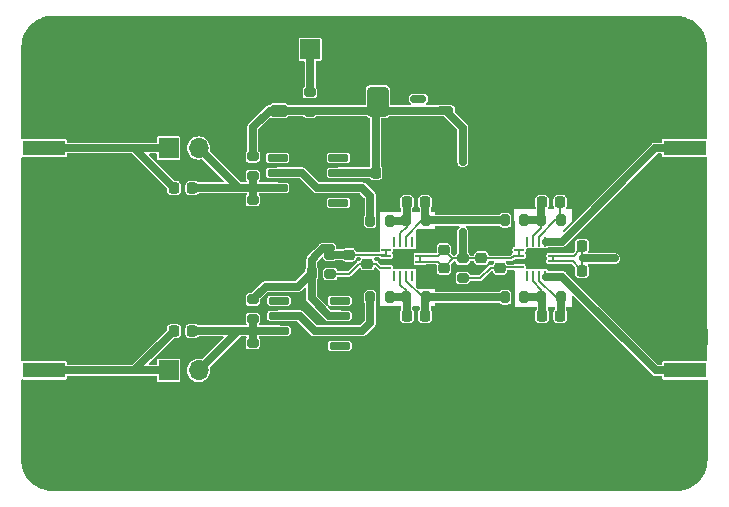
<source format=gbr>
%TF.GenerationSoftware,KiCad,Pcbnew,7.0.11-7.0.11~ubuntu22.04.1*%
%TF.CreationDate,2024-11-23T22:03:05+01:00*%
%TF.ProjectId,analog-amplifier,616e616c-6f67-42d6-916d-706c69666965,rev?*%
%TF.SameCoordinates,Original*%
%TF.FileFunction,Copper,L1,Top*%
%TF.FilePolarity,Positive*%
%FSLAX46Y46*%
G04 Gerber Fmt 4.6, Leading zero omitted, Abs format (unit mm)*
G04 Created by KiCad (PCBNEW 7.0.11-7.0.11~ubuntu22.04.1) date 2024-11-23 22:03:05*
%MOMM*%
%LPD*%
G01*
G04 APERTURE LIST*
G04 Aperture macros list*
%AMRoundRect*
0 Rectangle with rounded corners*
0 $1 Rounding radius*
0 $2 $3 $4 $5 $6 $7 $8 $9 X,Y pos of 4 corners*
0 Add a 4 corners polygon primitive as box body*
4,1,4,$2,$3,$4,$5,$6,$7,$8,$9,$2,$3,0*
0 Add four circle primitives for the rounded corners*
1,1,$1+$1,$2,$3*
1,1,$1+$1,$4,$5*
1,1,$1+$1,$6,$7*
1,1,$1+$1,$8,$9*
0 Add four rect primitives between the rounded corners*
20,1,$1+$1,$2,$3,$4,$5,0*
20,1,$1+$1,$4,$5,$6,$7,0*
20,1,$1+$1,$6,$7,$8,$9,0*
20,1,$1+$1,$8,$9,$2,$3,0*%
G04 Aperture macros list end*
%TA.AperFunction,ComponentPad*%
%ADD10R,1.700000X1.700000*%
%TD*%
%TA.AperFunction,SMDPad,CuDef*%
%ADD11RoundRect,0.200000X-0.275000X0.200000X-0.275000X-0.200000X0.275000X-0.200000X0.275000X0.200000X0*%
%TD*%
%TA.AperFunction,ComponentPad*%
%ADD12O,1.700000X1.700000*%
%TD*%
%TA.AperFunction,SMDPad,CuDef*%
%ADD13RoundRect,0.062500X-0.375000X-0.062500X0.375000X-0.062500X0.375000X0.062500X-0.375000X0.062500X0*%
%TD*%
%TA.AperFunction,SMDPad,CuDef*%
%ADD14RoundRect,0.062500X-0.062500X-0.375000X0.062500X-0.375000X0.062500X0.375000X-0.062500X0.375000X0*%
%TD*%
%TA.AperFunction,HeatsinkPad*%
%ADD15R,1.450000X1.450000*%
%TD*%
%TA.AperFunction,SMDPad,CuDef*%
%ADD16RoundRect,0.225000X-0.225000X-0.250000X0.225000X-0.250000X0.225000X0.250000X-0.225000X0.250000X0*%
%TD*%
%TA.AperFunction,SMDPad,CuDef*%
%ADD17RoundRect,0.200000X0.275000X-0.200000X0.275000X0.200000X-0.275000X0.200000X-0.275000X-0.200000X0*%
%TD*%
%TA.AperFunction,SMDPad,CuDef*%
%ADD18RoundRect,0.225000X-0.250000X0.225000X-0.250000X-0.225000X0.250000X-0.225000X0.250000X0.225000X0*%
%TD*%
%TA.AperFunction,SMDPad,CuDef*%
%ADD19RoundRect,0.200000X-0.200000X-0.275000X0.200000X-0.275000X0.200000X0.275000X-0.200000X0.275000X0*%
%TD*%
%TA.AperFunction,SMDPad,CuDef*%
%ADD20R,3.600000X1.270000*%
%TD*%
%TA.AperFunction,SMDPad,CuDef*%
%ADD21R,4.200000X1.350000*%
%TD*%
%TA.AperFunction,SMDPad,CuDef*%
%ADD22RoundRect,0.225000X0.250000X-0.225000X0.250000X0.225000X-0.250000X0.225000X-0.250000X-0.225000X0*%
%TD*%
%TA.AperFunction,SMDPad,CuDef*%
%ADD23RoundRect,0.225000X0.225000X0.250000X-0.225000X0.250000X-0.225000X-0.250000X0.225000X-0.250000X0*%
%TD*%
%TA.AperFunction,SMDPad,CuDef*%
%ADD24RoundRect,0.200000X0.200000X0.275000X-0.200000X0.275000X-0.200000X-0.275000X0.200000X-0.275000X0*%
%TD*%
%TA.AperFunction,SMDPad,CuDef*%
%ADD25RoundRect,0.150000X0.512500X0.150000X-0.512500X0.150000X-0.512500X-0.150000X0.512500X-0.150000X0*%
%TD*%
%TA.AperFunction,SMDPad,CuDef*%
%ADD26RoundRect,0.250000X0.650000X-1.000000X0.650000X1.000000X-0.650000X1.000000X-0.650000X-1.000000X0*%
%TD*%
%TA.AperFunction,SMDPad,CuDef*%
%ADD27RoundRect,0.150000X-0.725000X-0.150000X0.725000X-0.150000X0.725000X0.150000X-0.725000X0.150000X0*%
%TD*%
%TA.AperFunction,SMDPad,CuDef*%
%ADD28RoundRect,0.250000X0.475000X-0.250000X0.475000X0.250000X-0.475000X0.250000X-0.475000X-0.250000X0*%
%TD*%
%TA.AperFunction,ViaPad*%
%ADD29C,0.450000*%
%TD*%
%TA.AperFunction,Conductor*%
%ADD30C,0.660000*%
%TD*%
%TA.AperFunction,Conductor*%
%ADD31C,0.200000*%
%TD*%
G04 APERTURE END LIST*
D10*
%TO.P,J6,1,Pin_1*%
%TO.N,GND*%
X141570000Y-70770000D03*
%TD*%
D11*
%TO.P,R3,1*%
%TO.N,+5V*%
X116180000Y-79700000D03*
%TO.P,R3,2*%
%TO.N,Net-(JP1-B)*%
X116180000Y-81350000D03*
%TD*%
D10*
%TO.P,J5,1,Pin_1*%
%TO.N,Net-(J5-Pin_1)*%
X121050000Y-70640000D03*
%TD*%
%TO.P,JP1,1,A*%
%TO.N,/IN+*%
X109050000Y-79000000D03*
D12*
%TO.P,JP1,2,B*%
%TO.N,Net-(JP1-B)*%
X111590000Y-79000000D03*
%TD*%
D13*
%TO.P,U2,1,nSHDN*%
%TO.N,+5V*%
X127492500Y-87620000D03*
%TO.P,U2,2,V+*%
X127492500Y-88120000D03*
%TO.P,U2,3,V-*%
%TO.N,GND*%
X127492500Y-88620000D03*
%TO.P,U2,4,Vocm*%
%TO.N,Net-(U2-Vocm)*%
X127492500Y-89120000D03*
D14*
%TO.P,U2,5,NC*%
%TO.N,unconnected-(U2-NC-Pad5)*%
X128180000Y-89807500D03*
%TO.P,U2,6,IN-*%
%TO.N,Net-(U2-IN-)*%
X128680000Y-89807500D03*
%TO.P,U2,7,OUT+*%
%TO.N,Net-(U2-OUT+)*%
X129180000Y-89807500D03*
%TO.P,U2,8,OUTF+*%
%TO.N,unconnected-(U2-OUTF+-Pad8)*%
X129680000Y-89807500D03*
D13*
%TO.P,U2,9,V-*%
%TO.N,GND*%
X130367500Y-89120000D03*
%TO.P,U2,10,V+*%
%TO.N,+5V*%
X130367500Y-88620000D03*
%TO.P,U2,11,V+*%
X130367500Y-88120000D03*
%TO.P,U2,12,V-*%
%TO.N,GND*%
X130367500Y-87620000D03*
D14*
%TO.P,U2,13,OUTF-*%
%TO.N,unconnected-(U2-OUTF--Pad13)*%
X129680000Y-86932500D03*
%TO.P,U2,14,OUT-*%
%TO.N,Net-(U2-OUT-)*%
X129180000Y-86932500D03*
%TO.P,U2,15,IN+*%
%TO.N,Net-(U2-IN+)*%
X128680000Y-86932500D03*
%TO.P,U2,16,NC*%
%TO.N,unconnected-(U2-NC-Pad16)*%
X128180000Y-86932500D03*
D15*
%TO.P,U2,17,PAD*%
%TO.N,GND*%
X128930000Y-88370000D03*
%TD*%
D16*
%TO.P,C4,1*%
%TO.N,Net-(U2-IN-)*%
X129225000Y-93180000D03*
%TO.P,C4,2*%
%TO.N,Net-(U2-OUT+)*%
X130775000Y-93180000D03*
%TD*%
D11*
%TO.P,R8,1*%
%TO.N,+5V*%
X116180000Y-91810000D03*
%TO.P,R8,2*%
%TO.N,Net-(JP2-B)*%
X116180000Y-93460000D03*
%TD*%
D17*
%TO.P,R2,1*%
%TO.N,Net-(U4-Vocm)*%
X133957500Y-89990000D03*
%TO.P,R2,2*%
%TO.N,+5V*%
X133957500Y-88340000D03*
%TD*%
D13*
%TO.P,U4,1,nSHDN*%
%TO.N,+5V*%
X138740000Y-87605000D03*
%TO.P,U4,2,V+*%
X138740000Y-88105000D03*
%TO.P,U4,3,V-*%
%TO.N,GND*%
X138740000Y-88605000D03*
%TO.P,U4,4,Vocm*%
%TO.N,Net-(U4-Vocm)*%
X138740000Y-89105000D03*
D14*
%TO.P,U4,5,NC*%
%TO.N,unconnected-(U4-NC-Pad5)*%
X139427500Y-89792500D03*
%TO.P,U4,6,IN-*%
%TO.N,Net-(U4-IN-)*%
X139927500Y-89792500D03*
%TO.P,U4,7,OUT+*%
%TO.N,Net-(U4-OUT+)*%
X140427500Y-89792500D03*
%TO.P,U4,8,OUTF+*%
%TO.N,/OUT+*%
X140927500Y-89792500D03*
D13*
%TO.P,U4,9,V-*%
%TO.N,GND*%
X141615000Y-89105000D03*
%TO.P,U4,10,V+*%
%TO.N,+5V*%
X141615000Y-88605000D03*
%TO.P,U4,11,V+*%
X141615000Y-88105000D03*
%TO.P,U4,12,V-*%
%TO.N,GND*%
X141615000Y-87605000D03*
D14*
%TO.P,U4,13,OUTF-*%
%TO.N,/OUT-*%
X140927500Y-86917500D03*
%TO.P,U4,14,OUT-*%
%TO.N,Net-(U4-OUT-)*%
X140427500Y-86917500D03*
%TO.P,U4,15,IN+*%
%TO.N,Net-(U4-IN+)*%
X139927500Y-86917500D03*
%TO.P,U4,16,NC*%
%TO.N,unconnected-(U4-NC-Pad16)*%
X139427500Y-86917500D03*
D15*
%TO.P,U4,17,PAD*%
%TO.N,GND*%
X140177500Y-88355000D03*
%TD*%
D16*
%TO.P,C5,1*%
%TO.N,/IN-*%
X109515000Y-94485000D03*
%TO.P,C5,2*%
%TO.N,Net-(JP2-B)*%
X111065000Y-94485000D03*
%TD*%
D18*
%TO.P,C9,1*%
%TO.N,GND*%
X137107500Y-87590000D03*
%TO.P,C9,2*%
%TO.N,Net-(U4-Vocm)*%
X137107500Y-89140000D03*
%TD*%
D16*
%TO.P,C13,1*%
%TO.N,+5V*%
X126575000Y-81100000D03*
%TO.P,C13,2*%
%TO.N,GND*%
X128125000Y-81100000D03*
%TD*%
D19*
%TO.P,R11,1*%
%TO.N,Net-(U2-OUT-)*%
X137532500Y-85125000D03*
%TO.P,R11,2*%
%TO.N,Net-(U4-IN+)*%
X139182500Y-85125000D03*
%TD*%
D20*
%TO.P,J1,1,In*%
%TO.N,/IN+*%
X98500000Y-79000000D03*
D21*
%TO.P,J1,2,Ext*%
%TO.N,GND*%
X98700000Y-76175000D03*
X98700000Y-81825000D03*
%TD*%
D22*
%TO.P,C11,1*%
%TO.N,+5V*%
X135537500Y-88330000D03*
%TO.P,C11,2*%
%TO.N,GND*%
X135537500Y-86780000D03*
%TD*%
D19*
%TO.P,R13,1*%
%TO.N,Net-(U4-IN+)*%
X140622500Y-85135000D03*
%TO.P,R13,2*%
%TO.N,Net-(U4-OUT-)*%
X142272500Y-85135000D03*
%TD*%
D23*
%TO.P,C12,1*%
%TO.N,+5V*%
X121165000Y-89580000D03*
%TO.P,C12,2*%
%TO.N,GND*%
X119615000Y-89580000D03*
%TD*%
D19*
%TO.P,R5,1*%
%TO.N,Net-(U1-IN-)*%
X126125000Y-85140000D03*
%TO.P,R5,2*%
%TO.N,Net-(U2-IN+)*%
X127775000Y-85140000D03*
%TD*%
D24*
%TO.P,R7,1*%
%TO.N,Net-(U2-OUT+)*%
X130825000Y-91650000D03*
%TO.P,R7,2*%
%TO.N,Net-(U2-IN-)*%
X129175000Y-91650000D03*
%TD*%
D20*
%TO.P,J2,1,In*%
%TO.N,/IN-*%
X98520000Y-97835000D03*
D21*
%TO.P,J2,2,Ext*%
%TO.N,GND*%
X98720000Y-95010000D03*
X98720000Y-100660000D03*
%TD*%
D25*
%TO.P,D1,1,K*%
%TO.N,+5V*%
X132487500Y-75787500D03*
%TO.P,D1,2,A*%
%TO.N,GND*%
X132487500Y-73887500D03*
%TO.P,D1,3*%
%TO.N,N/C*%
X130212500Y-74837500D03*
%TD*%
D24*
%TO.P,R14,1*%
%TO.N,Net-(U4-OUT+)*%
X142272500Y-91645000D03*
%TO.P,R14,2*%
%TO.N,Net-(U4-IN-)*%
X140622500Y-91645000D03*
%TD*%
D26*
%TO.P,D2,1,K*%
%TO.N,+5V*%
X126775000Y-75075000D03*
%TO.P,D2,2,A*%
%TO.N,GND*%
X126775000Y-71075000D03*
%TD*%
D19*
%TO.P,R12,1*%
%TO.N,Net-(U2-OUT+)*%
X137532500Y-91645000D03*
%TO.P,R12,2*%
%TO.N,Net-(U4-IN-)*%
X139182500Y-91645000D03*
%TD*%
D27*
%TO.P,U1,1*%
%TO.N,N/C*%
X118285000Y-79830000D03*
%TO.P,U1,2,IN-*%
%TO.N,Net-(U1-IN-)*%
X118285000Y-81100000D03*
%TO.P,U1,3,IN+*%
%TO.N,Net-(JP1-B)*%
X118285000Y-82370000D03*
%TO.P,U1,4,V-*%
%TO.N,GND*%
X118285000Y-83640000D03*
%TO.P,U1,5*%
%TO.N,N/C*%
X123435000Y-83640000D03*
%TO.P,U1,6,OUT*%
%TO.N,Net-(U1-IN-)*%
X123435000Y-82370000D03*
%TO.P,U1,7,V+*%
%TO.N,+5V*%
X123435000Y-81100000D03*
%TO.P,U1,8*%
%TO.N,N/C*%
X123435000Y-79830000D03*
%TD*%
D19*
%TO.P,R6,1*%
%TO.N,Net-(U2-IN+)*%
X129175000Y-85130000D03*
%TO.P,R6,2*%
%TO.N,Net-(U2-OUT-)*%
X130825000Y-85130000D03*
%TD*%
D18*
%TO.P,C14,1*%
%TO.N,GND*%
X125890000Y-87235000D03*
%TO.P,C14,2*%
%TO.N,Net-(U2-Vocm)*%
X125890000Y-88785000D03*
%TD*%
D20*
%TO.P,J4,1,In*%
%TO.N,/OUT+*%
X152767500Y-97835000D03*
D21*
%TO.P,J4,2,Ext*%
%TO.N,GND*%
X152567500Y-100660000D03*
X152567500Y-95010000D03*
%TD*%
D11*
%TO.P,R9,1*%
%TO.N,Net-(JP2-B)*%
X116180000Y-95500000D03*
%TO.P,R9,2*%
%TO.N,GND*%
X116180000Y-97150000D03*
%TD*%
D27*
%TO.P,U3,1*%
%TO.N,N/C*%
X118395000Y-91940000D03*
%TO.P,U3,2,IN-*%
%TO.N,Net-(U3-IN-)*%
X118395000Y-93210000D03*
%TO.P,U3,3,IN+*%
%TO.N,Net-(JP2-B)*%
X118395000Y-94480000D03*
%TO.P,U3,4,V-*%
%TO.N,GND*%
X118395000Y-95750000D03*
%TO.P,U3,5*%
%TO.N,N/C*%
X123545000Y-95750000D03*
%TO.P,U3,6,OUT*%
%TO.N,Net-(U3-IN-)*%
X123545000Y-94480000D03*
%TO.P,U3,7,V+*%
%TO.N,+5V*%
X123545000Y-93210000D03*
%TO.P,U3,8*%
%TO.N,N/C*%
X123545000Y-91940000D03*
%TD*%
D17*
%TO.P,R15,1*%
%TO.N,Net-(U2-Vocm)*%
X122730000Y-89665000D03*
%TO.P,R15,2*%
%TO.N,+5V*%
X122730000Y-88015000D03*
%TD*%
D16*
%TO.P,C15,1*%
%TO.N,+5V*%
X144055000Y-89410000D03*
%TO.P,C15,2*%
%TO.N,GND*%
X145605000Y-89410000D03*
%TD*%
D20*
%TO.P,J3,1,In*%
%TO.N,/OUT-*%
X152757500Y-79000000D03*
D21*
%TO.P,J3,2,Ext*%
%TO.N,GND*%
X152557500Y-81825000D03*
X152557500Y-76175000D03*
%TD*%
D16*
%TO.P,C2,1*%
%TO.N,/IN+*%
X109515000Y-82380000D03*
%TO.P,C2,2*%
%TO.N,Net-(JP1-B)*%
X111065000Y-82380000D03*
%TD*%
D11*
%TO.P,F1,1*%
%TO.N,Net-(J5-Pin_1)*%
X121020000Y-74275000D03*
%TO.P,F1,2*%
%TO.N,+5V*%
X121020000Y-75925000D03*
%TD*%
D22*
%TO.P,C16,1*%
%TO.N,+5V*%
X132350000Y-87640000D03*
%TO.P,C16,2*%
%TO.N,GND*%
X132350000Y-86090000D03*
%TD*%
D16*
%TO.P,C1,1*%
%TO.N,+5V*%
X144045000Y-87280000D03*
%TO.P,C1,2*%
%TO.N,GND*%
X145595000Y-87280000D03*
%TD*%
D22*
%TO.P,C10,1*%
%TO.N,+5V*%
X124330000Y-88035000D03*
%TO.P,C10,2*%
%TO.N,GND*%
X124330000Y-86485000D03*
%TD*%
D19*
%TO.P,R10,1*%
%TO.N,Net-(U3-IN-)*%
X126125000Y-91650000D03*
%TO.P,R10,2*%
%TO.N,Net-(U2-IN-)*%
X127775000Y-91650000D03*
%TD*%
D18*
%TO.P,C17,1*%
%TO.N,+5V*%
X132360000Y-89140000D03*
%TO.P,C17,2*%
%TO.N,GND*%
X132360000Y-90690000D03*
%TD*%
D28*
%TO.P,C8,1*%
%TO.N,+5V*%
X118400000Y-75825000D03*
%TO.P,C8,2*%
%TO.N,GND*%
X118400000Y-73925000D03*
%TD*%
D11*
%TO.P,R4,1*%
%TO.N,Net-(JP1-B)*%
X116200000Y-83395000D03*
%TO.P,R4,2*%
%TO.N,GND*%
X116200000Y-85045000D03*
%TD*%
D10*
%TO.P,JP2,1,A*%
%TO.N,/IN-*%
X109050000Y-97835000D03*
D12*
%TO.P,JP2,2,B*%
%TO.N,Net-(JP2-B)*%
X111590000Y-97835000D03*
%TD*%
D23*
%TO.P,C6,1*%
%TO.N,Net-(U4-OUT-)*%
X142222500Y-83565000D03*
%TO.P,C6,2*%
%TO.N,Net-(U4-IN+)*%
X140672500Y-83565000D03*
%TD*%
%TO.P,C3,1*%
%TO.N,Net-(U2-OUT-)*%
X130775000Y-83590000D03*
%TO.P,C3,2*%
%TO.N,Net-(U2-IN+)*%
X129225000Y-83590000D03*
%TD*%
D16*
%TO.P,C7,1*%
%TO.N,Net-(U4-IN-)*%
X140672500Y-93195000D03*
%TO.P,C7,2*%
%TO.N,Net-(U4-OUT+)*%
X142222500Y-93195000D03*
%TD*%
D29*
%TO.N,+5V*%
X133980000Y-78510000D03*
X133980000Y-79370000D03*
X133980000Y-80170000D03*
%TO.N,GND*%
X139670000Y-92620000D03*
X112580000Y-103950000D03*
X136608000Y-86010000D03*
X113340000Y-79170000D03*
X98260000Y-83220000D03*
X149300000Y-88910000D03*
X138300000Y-83830000D03*
X145610000Y-94370000D03*
X128050000Y-92600000D03*
X107070000Y-81460000D03*
X144620000Y-91010000D03*
X152030000Y-80200000D03*
X133470000Y-90870000D03*
X149300000Y-97980000D03*
X106360000Y-88400000D03*
X147190000Y-90890000D03*
X121720000Y-83530000D03*
X153830000Y-99020000D03*
X152880000Y-80180000D03*
X153820000Y-80160000D03*
X105960000Y-80110000D03*
X137113332Y-92620000D03*
X103880000Y-98880000D03*
X102830000Y-101140000D03*
X136270000Y-96620000D03*
X102270000Y-80080000D03*
X100700000Y-90660000D03*
X145880000Y-92230000D03*
X105945000Y-96750000D03*
X127020000Y-92620000D03*
X135622000Y-90820000D03*
X129040000Y-103950000D03*
X145880000Y-84620000D03*
X151870000Y-88910000D03*
X149300000Y-90890000D03*
X137774000Y-90600000D03*
X140140000Y-88370000D03*
X153930000Y-90890000D03*
X112110000Y-83220000D03*
X125200000Y-85020000D03*
X128990000Y-96620000D03*
X130440000Y-79680000D03*
X149300000Y-78870000D03*
X143080000Y-96620000D03*
X118350000Y-88400000D03*
X108820000Y-106800000D03*
X121560000Y-104620000D03*
X113780000Y-93660000D03*
X108390000Y-85730000D03*
X108230000Y-94440000D03*
X138391665Y-92620000D03*
X145610000Y-82480000D03*
X128130000Y-83030000D03*
X110500000Y-74360000D03*
X115610000Y-70380000D03*
X126580000Y-94910000D03*
X148640000Y-79530000D03*
X102290000Y-77950000D03*
X111510000Y-80490000D03*
X138170000Y-70310000D03*
X137684000Y-86230000D03*
X98590000Y-93660000D03*
X126780000Y-105260000D03*
X98230000Y-88400000D03*
X114160000Y-79980000D03*
X105890000Y-70240000D03*
X124900000Y-106230000D03*
X119900000Y-80240000D03*
X109260000Y-101140000D03*
X125350000Y-84090000D03*
X109190000Y-96360000D03*
X136700000Y-74430000D03*
X123090000Y-85190000D03*
X115670000Y-106800000D03*
X153930000Y-86550000D03*
X131980000Y-93800000D03*
X106970000Y-98980000D03*
X136230000Y-103950000D03*
X152030000Y-77830000D03*
X152890000Y-77810000D03*
X115840000Y-101140000D03*
X145210000Y-91600000D03*
X111980000Y-85730000D03*
X151310000Y-103950000D03*
X152880000Y-96670000D03*
X130610000Y-86960000D03*
X144620000Y-85840000D03*
X133278333Y-92620000D03*
X142650000Y-87600000D03*
X128140000Y-83960000D03*
X153820000Y-96690000D03*
X115000000Y-95970000D03*
X107040000Y-95540000D03*
X102690000Y-83220000D03*
X114950000Y-80790000D03*
X133188333Y-84210000D03*
X151870000Y-84270000D03*
X104670000Y-90660000D03*
X120050000Y-92090000D03*
X143170000Y-89600000D03*
X106380000Y-77950000D03*
X153830000Y-77830000D03*
X121420000Y-93300000D03*
X146530000Y-83900000D03*
X147590000Y-106800000D03*
X143170000Y-87250000D03*
X144320000Y-93080000D03*
X109960000Y-88400000D03*
X146530000Y-92950000D03*
X112310000Y-81260000D03*
X131910000Y-84210000D03*
X147850000Y-82630000D03*
X134546000Y-90850000D03*
X144950000Y-83140000D03*
X113690000Y-83220000D03*
X128520000Y-77940000D03*
X133150000Y-86850000D03*
X147080000Y-95820000D03*
X114140000Y-96780000D03*
X148640000Y-97320000D03*
X125080000Y-93400000D03*
X136710000Y-79310000D03*
X104315000Y-80080000D03*
X147810000Y-96550000D03*
X149720000Y-80730000D03*
X131430000Y-87550000D03*
X143740000Y-84380000D03*
X139890000Y-101140000D03*
X137023332Y-84210000D03*
X128070000Y-93820000D03*
X130450000Y-86240000D03*
X109990000Y-95590000D03*
X147950000Y-74740000D03*
X140910000Y-81460000D03*
X123860000Y-101140000D03*
X106240000Y-83220000D03*
X131960000Y-101140000D03*
X108980000Y-80500000D03*
X145340000Y-79430000D03*
X153930000Y-88910000D03*
X133210000Y-85890000D03*
X142640000Y-89130000D03*
X143120000Y-103950000D03*
X104335000Y-77950000D03*
X147180000Y-93590000D03*
X147810000Y-80300000D03*
X139578335Y-83830000D03*
X149300000Y-86550000D03*
X148510000Y-94910000D03*
X126820000Y-90270000D03*
X132500000Y-81950000D03*
X144010000Y-90410000D03*
X153930000Y-84410000D03*
X131460000Y-86170000D03*
X149720000Y-96120000D03*
X105520000Y-103950000D03*
X153930000Y-92780000D03*
X149190000Y-95590000D03*
X127820000Y-102200000D03*
X139780000Y-106800000D03*
X112450000Y-93660000D03*
X128900000Y-88410000D03*
X127020000Y-93800000D03*
X144950000Y-93710000D03*
X134900000Y-84240000D03*
X110210000Y-83220000D03*
X147180000Y-83260000D03*
X144320000Y-83770000D03*
X120090000Y-94630000D03*
X146320000Y-95040000D03*
X132000000Y-92620000D03*
X125410000Y-95560000D03*
X151870000Y-90890000D03*
X105525000Y-98910000D03*
X151130000Y-96650000D03*
X127310000Y-83970000D03*
X132120000Y-70350000D03*
X125100000Y-83240000D03*
X116280000Y-85730000D03*
X146320000Y-81810000D03*
X125120000Y-90810000D03*
X102670000Y-73630000D03*
X147850000Y-94220000D03*
X112520000Y-95600000D03*
X131890000Y-83030000D03*
X152890000Y-99040000D03*
X151130000Y-80200000D03*
X132550000Y-77970000D03*
X108220000Y-83220000D03*
X121720000Y-81210000D03*
X108470000Y-90660000D03*
X113260000Y-97520000D03*
X149300000Y-84390000D03*
X120280000Y-97420000D03*
X102770000Y-88400000D03*
X106570000Y-93660000D03*
X115220000Y-83220000D03*
X141310000Y-76210000D03*
X149190000Y-81260000D03*
X149300000Y-92780000D03*
X136698000Y-90820000D03*
X131440000Y-86840000D03*
X115000000Y-93660000D03*
X125240000Y-86000000D03*
X150310000Y-96650000D03*
X101855000Y-96750000D03*
X151870000Y-92780000D03*
X125100000Y-92130000D03*
X134556666Y-92620000D03*
X152030000Y-99020000D03*
X120040000Y-85730000D03*
X145210000Y-85250000D03*
X147310000Y-86550000D03*
X111610000Y-96330000D03*
X99630000Y-103950000D03*
X102800000Y-106800000D03*
X131920000Y-106800000D03*
X148510000Y-81940000D03*
X147080000Y-81030000D03*
X122940000Y-90810000D03*
X151110000Y-77840000D03*
X119920000Y-82140000D03*
X144060000Y-86360000D03*
X147410000Y-101140000D03*
X151870000Y-86550000D03*
X143740000Y-92470000D03*
X100360000Y-85730000D03*
X150120000Y-98700000D03*
X109890000Y-81230000D03*
X101835000Y-98880000D03*
X135532000Y-86010000D03*
X104580000Y-85730000D03*
X124660000Y-103790000D03*
X121520000Y-95560000D03*
X148420000Y-70240000D03*
X113590000Y-90660000D03*
X99910000Y-70120000D03*
X102730000Y-93660000D03*
X103900000Y-96750000D03*
X151110000Y-99010000D03*
X135744999Y-84210000D03*
X114090000Y-88400000D03*
X152030000Y-96650000D03*
X135834999Y-92620000D03*
X150310000Y-80200000D03*
X150120000Y-78150000D03*
%TO.N,+5V*%
X121620000Y-88000000D03*
X133975000Y-87132500D03*
X133975000Y-86080000D03*
X121170000Y-88450000D03*
X126575000Y-78650000D03*
X144090000Y-88350000D03*
X146825000Y-88350000D03*
X146141250Y-88350000D03*
X126590000Y-79410000D03*
X122800003Y-87470000D03*
X145457500Y-88350000D03*
X133970000Y-86610000D03*
X122150000Y-87470000D03*
X126575000Y-80140000D03*
X144773750Y-88350000D03*
%TD*%
D30*
%TO.N,+5V*%
X133975000Y-78505000D02*
X133975000Y-77275000D01*
X133980000Y-78510000D02*
X133975000Y-78505000D01*
X133975000Y-78515000D02*
X133980000Y-78510000D01*
X133975000Y-79365000D02*
X133975000Y-78650000D01*
X133980000Y-79370000D02*
X133975000Y-79365000D01*
X133975000Y-79375000D02*
X133980000Y-79370000D01*
D31*
%TO.N,Net-(U4-Vocm)*%
X137142500Y-89105000D02*
X137107500Y-89140000D01*
X136312500Y-89140000D02*
X135437500Y-90015000D01*
X138740000Y-89105000D02*
X137142500Y-89105000D01*
X133982500Y-90015000D02*
X133957500Y-89990000D01*
X135437500Y-90015000D02*
X133982500Y-90015000D01*
X137107500Y-89140000D02*
X136312500Y-89140000D01*
%TO.N,GND*%
X138740000Y-88605000D02*
X139927500Y-88605000D01*
X129680000Y-87620000D02*
X130367500Y-87620000D01*
X140140000Y-88392500D02*
X140140000Y-88370000D01*
X128930000Y-88370000D02*
X129680000Y-87620000D01*
X128680000Y-88620000D02*
X128890000Y-88410000D01*
X127492500Y-88620000D02*
X128680000Y-88620000D01*
X140177500Y-88355000D02*
X140927500Y-89105000D01*
X129680000Y-89120000D02*
X130367500Y-89120000D01*
X140927500Y-89105000D02*
X141615000Y-89105000D01*
X140140000Y-88370000D02*
X140162500Y-88370000D01*
X141615000Y-87605000D02*
X140927500Y-87605000D01*
X128900000Y-88400000D02*
X128930000Y-88370000D01*
X128930000Y-88370000D02*
X129680000Y-89120000D01*
X139927500Y-88605000D02*
X140140000Y-88392500D01*
X128900000Y-88410000D02*
X128900000Y-88400000D01*
X140162500Y-88370000D02*
X140177500Y-88355000D01*
X140927500Y-87605000D02*
X140177500Y-88355000D01*
X128890000Y-88410000D02*
X128900000Y-88410000D01*
D30*
%TO.N,/IN+*%
X109515000Y-82380000D02*
X109515000Y-82365000D01*
X109515000Y-82365000D02*
X106150000Y-79000000D01*
X106150000Y-79000000D02*
X98300000Y-79000000D01*
X109050000Y-79000000D02*
X106150000Y-79000000D01*
%TO.N,Net-(JP1-B)*%
X111590000Y-79000000D02*
X111610000Y-79000000D01*
X118285000Y-82370000D02*
X114495000Y-82370000D01*
X116160000Y-81325000D02*
X116160000Y-83315000D01*
X116160000Y-83315000D02*
X116170000Y-83325000D01*
X111610000Y-79000000D02*
X114980000Y-82370000D01*
X114980000Y-82370000D02*
X111125000Y-82370000D01*
%TO.N,Net-(U2-OUT-)*%
X130795000Y-85070000D02*
X130855000Y-85130000D01*
X130795000Y-83590000D02*
X130795000Y-85070000D01*
D31*
X129180000Y-86495001D02*
X130545001Y-85130000D01*
X130545001Y-85130000D02*
X130825000Y-85130000D01*
X129180000Y-86932500D02*
X129180000Y-86495001D01*
D30*
X137527500Y-85130000D02*
X137532500Y-85125000D01*
X130855000Y-85130000D02*
X137527500Y-85130000D01*
%TO.N,Net-(U2-IN+)*%
X129195000Y-85140000D02*
X129205000Y-85130000D01*
D31*
X129205000Y-85665000D02*
X129205000Y-85130000D01*
D30*
X129205000Y-85130000D02*
X129205000Y-83630000D01*
D31*
X128680000Y-86190000D02*
X129205000Y-85665000D01*
D30*
X127775000Y-85140000D02*
X129195000Y-85140000D01*
D31*
X128680000Y-86932500D02*
X128680000Y-86190000D01*
D30*
X129205000Y-83630000D02*
X129245000Y-83590000D01*
D31*
%TO.N,Net-(U2-IN-)*%
X128675000Y-90605000D02*
X129200000Y-91130000D01*
D30*
X129227500Y-91690000D02*
X129187500Y-91650000D01*
X129227500Y-93180000D02*
X129227500Y-91690000D01*
D31*
X128675000Y-89862500D02*
X128675000Y-90605000D01*
X129200000Y-91130000D02*
X129200000Y-91665000D01*
D30*
X127767500Y-91650000D02*
X129187500Y-91650000D01*
%TO.N,Net-(U2-OUT+)*%
X130777500Y-91710000D02*
X130837500Y-91650000D01*
X130825000Y-91650000D02*
X137537500Y-91650000D01*
X137537500Y-91650000D02*
X137542500Y-91645000D01*
D31*
X129180000Y-89807500D02*
X129180000Y-90244999D01*
X129180000Y-90244999D02*
X130585001Y-91650000D01*
D30*
X130777500Y-93180000D02*
X130777500Y-91710000D01*
%TO.N,/IN-*%
X109515000Y-94465000D02*
X109515000Y-94485000D01*
X106150000Y-97835000D02*
X98320000Y-97835000D01*
X109050000Y-97835000D02*
X106150000Y-97835000D01*
X109515000Y-94485000D02*
X109500000Y-94485000D01*
X109500000Y-94485000D02*
X106150000Y-97835000D01*
%TO.N,Net-(JP2-B)*%
X114945000Y-94480000D02*
X115220000Y-94480000D01*
X111590000Y-97835000D02*
X114945000Y-94480000D01*
X111845000Y-94485000D02*
X111125000Y-94485000D01*
X115220000Y-94480000D02*
X111850000Y-94480000D01*
X111850000Y-94480000D02*
X111845000Y-94485000D01*
X118395000Y-94480000D02*
X115220000Y-94480000D01*
X116180000Y-93520000D02*
X116180000Y-95350000D01*
D31*
%TO.N,Net-(U4-OUT-)*%
X142222500Y-83565000D02*
X142222500Y-85085000D01*
X141805000Y-85135000D02*
X142272500Y-85135000D01*
X140427500Y-86512500D02*
X141805000Y-85135000D01*
X142222500Y-85085000D02*
X142272500Y-85135000D01*
X140427500Y-86917500D02*
X140427500Y-86512500D01*
D30*
%TO.N,Net-(U4-IN+)*%
X140612500Y-85125000D02*
X140622500Y-85135000D01*
D31*
X139925000Y-86950000D02*
X139925000Y-86475000D01*
X140620000Y-85780000D02*
X140620000Y-85167500D01*
D30*
X140622500Y-83615000D02*
X140672500Y-83565000D01*
X139182500Y-85125000D02*
X140612500Y-85125000D01*
X140622500Y-85135000D02*
X140622500Y-83615000D01*
D31*
X139925000Y-86475000D02*
X140620000Y-85780000D01*
%TO.N,Net-(U4-IN-)*%
X139332500Y-91675000D02*
X139302500Y-91645000D01*
X140625000Y-91470000D02*
X140625000Y-90995000D01*
D30*
X139182500Y-91645000D02*
X140612500Y-91645000D01*
X140692500Y-91725000D02*
X140612500Y-91645000D01*
D31*
X140625000Y-90995000D02*
X139930000Y-90300000D01*
X139930000Y-90300000D02*
X139930000Y-89687500D01*
D30*
X140692500Y-93195000D02*
X140692500Y-91725000D01*
D31*
%TO.N,Net-(U4-OUT+)*%
X141842501Y-91645000D02*
X142272500Y-91645000D01*
X140427500Y-90229999D02*
X141842501Y-91645000D01*
D30*
X142242500Y-91665000D02*
X142262500Y-91645000D01*
D31*
X140427500Y-89792500D02*
X140427500Y-90229999D01*
D30*
X142242500Y-93195000D02*
X142242500Y-91665000D01*
D31*
%TO.N,+5V*%
X133160000Y-88340000D02*
X132360000Y-89140000D01*
D30*
X126575000Y-80140000D02*
X126575000Y-78650000D01*
X124310000Y-88015000D02*
X124330000Y-88035000D01*
X132450000Y-75825000D02*
X132487500Y-75787500D01*
D31*
X138740000Y-87605000D02*
X138740000Y-88105000D01*
X138740000Y-88105000D02*
X138302501Y-88105000D01*
X130367500Y-88620000D02*
X130367500Y-88120000D01*
D30*
X123545000Y-93210000D02*
X122670001Y-93210000D01*
D31*
X127492500Y-87620000D02*
X127492500Y-88120000D01*
X143292500Y-88605000D02*
X143817500Y-89130000D01*
X124330000Y-88035000D02*
X127407500Y-88035000D01*
X132360000Y-89140000D02*
X131840000Y-88620000D01*
D30*
X120015000Y-90730000D02*
X121165000Y-89580000D01*
D31*
X131840000Y-88620000D02*
X130367500Y-88620000D01*
D30*
X121170000Y-89575000D02*
X121165000Y-89580000D01*
D31*
X133957500Y-88340000D02*
X135527500Y-88340000D01*
D30*
X122670001Y-93210000D02*
X121165000Y-91704999D01*
X116180000Y-77245000D02*
X117600000Y-75825000D01*
D31*
X131870000Y-88120000D02*
X132350000Y-87640000D01*
D30*
X133975000Y-88322500D02*
X133957500Y-88340000D01*
X133975000Y-86080000D02*
X133975000Y-87685000D01*
D31*
X141615000Y-88105000D02*
X143347500Y-88105000D01*
X130367500Y-88120000D02*
X131870000Y-88120000D01*
D30*
X133975000Y-87685000D02*
X133970000Y-87690000D01*
D31*
X143820000Y-87637500D02*
X143817500Y-87635000D01*
D30*
X144675000Y-88350000D02*
X144140000Y-88350000D01*
X122150000Y-87470000D02*
X122800003Y-87470000D01*
D31*
X143347500Y-88105000D02*
X143817500Y-87635000D01*
X143820000Y-89127500D02*
X143817500Y-89130000D01*
D30*
X145350000Y-88350000D02*
X146025000Y-88350000D01*
X126575000Y-81100000D02*
X126575000Y-80140000D01*
X126575000Y-75275000D02*
X126775000Y-75075000D01*
X121620000Y-88000000D02*
X121170000Y-88450000D01*
D31*
X141615000Y-88105000D02*
X141615000Y-88605000D01*
D30*
X122730000Y-88015000D02*
X124310000Y-88015000D01*
X146025000Y-88350000D02*
X146825000Y-88350000D01*
X133970000Y-87690000D02*
X133975000Y-87695000D01*
X117260000Y-90730000D02*
X120015000Y-90730000D01*
D31*
X133957500Y-88340000D02*
X133160000Y-88340000D01*
X144090000Y-88400000D02*
X144090000Y-87637500D01*
D30*
X126575000Y-78650000D02*
X126575000Y-75275000D01*
D31*
X138302501Y-88105000D02*
X138077501Y-88330000D01*
D30*
X133975000Y-87695000D02*
X133975000Y-88322500D01*
X121170000Y-88450000D02*
X121170000Y-89575000D01*
X116180000Y-79700000D02*
X116180000Y-77245000D01*
X144675000Y-88350000D02*
X145350000Y-88350000D01*
D31*
X144090000Y-88400000D02*
X144090000Y-89127500D01*
D30*
X118400000Y-75825000D02*
X132450000Y-75825000D01*
X133975000Y-77275000D02*
X132487500Y-75787500D01*
D31*
X133050000Y-88340000D02*
X132350000Y-87640000D01*
D30*
X126575000Y-81100000D02*
X123435000Y-81100000D01*
D31*
X133957500Y-88340000D02*
X133050000Y-88340000D01*
X127407500Y-88035000D02*
X127492500Y-88120000D01*
D30*
X116180000Y-91810000D02*
X117260000Y-90730000D01*
X121165000Y-91704999D02*
X121165000Y-89580000D01*
X121620000Y-88000000D02*
X122150000Y-87470000D01*
D31*
X138077501Y-88330000D02*
X135537500Y-88330000D01*
D30*
X117600000Y-75825000D02*
X118400000Y-75825000D01*
D31*
X135527500Y-88340000D02*
X135537500Y-88330000D01*
D30*
X133975000Y-80150000D02*
X133975000Y-79375000D01*
X133975000Y-78650000D02*
X133975000Y-78515000D01*
D31*
X141615000Y-88605000D02*
X143292500Y-88605000D01*
D30*
%TO.N,/OUT-*%
X150275000Y-79000000D02*
X153017500Y-79000000D01*
X141012500Y-86917500D02*
X142357500Y-86917500D01*
X142357500Y-86917500D02*
X150275000Y-79000000D01*
%TO.N,/OUT+*%
X141012500Y-89877500D02*
X142352500Y-89877500D01*
X150310000Y-97835000D02*
X153017500Y-97835000D01*
X142352500Y-89877500D02*
X150310000Y-97835000D01*
%TO.N,Net-(U1-IN-)*%
X121590000Y-82370000D02*
X120320000Y-81100000D01*
X125470000Y-82370000D02*
X123435000Y-82370000D01*
X120320000Y-81100000D02*
X118285000Y-81100000D01*
X123435000Y-82370000D02*
X121590000Y-82370000D01*
X126125000Y-85140000D02*
X126125000Y-83025000D01*
X126125000Y-83025000D02*
X125470000Y-82370000D01*
%TO.N,Net-(U3-IN-)*%
X121410000Y-94480000D02*
X120140000Y-93210000D01*
X126117500Y-93822500D02*
X126117500Y-91650000D01*
X123545000Y-94480000D02*
X121410000Y-94480000D01*
X125460000Y-94480000D02*
X126117500Y-93822500D01*
X120140000Y-93210000D02*
X118395000Y-93210000D01*
X123545000Y-94480000D02*
X125460000Y-94480000D01*
D31*
%TO.N,Net-(U2-Vocm)*%
X125190000Y-88785000D02*
X125890000Y-88785000D01*
X122730000Y-89665000D02*
X124300000Y-89665000D01*
X124305000Y-89670000D02*
X125190000Y-88785000D01*
X126605000Y-88785000D02*
X126940000Y-89120000D01*
X125890000Y-88785000D02*
X126605000Y-88785000D01*
X126940000Y-89120000D02*
X127492500Y-89120000D01*
X124300000Y-89665000D02*
X124305000Y-89670000D01*
D30*
%TO.N,Net-(J5-Pin_1)*%
X121050000Y-70640000D02*
X121050000Y-74105000D01*
X121050000Y-74105000D02*
X121020000Y-74135000D01*
%TD*%
%TA.AperFunction,Conductor*%
%TO.N,GND*%
G36*
X99463596Y-67802495D02*
G01*
X99472284Y-67803664D01*
X99472285Y-67803657D01*
X99476691Y-67804154D01*
X99476693Y-67804154D01*
X99485480Y-67804154D01*
X99493248Y-67804539D01*
X99519207Y-67807114D01*
X99519211Y-67807112D01*
X99523649Y-67806679D01*
X99540663Y-67804161D01*
X151962682Y-67810493D01*
X151967659Y-67810959D01*
X151972244Y-67810910D01*
X151972246Y-67810911D01*
X152009949Y-67810511D01*
X152014302Y-67810587D01*
X152301815Y-67823652D01*
X152310610Y-67824547D01*
X152451618Y-67846931D01*
X152592625Y-67869314D01*
X152601269Y-67871187D01*
X152633389Y-67880057D01*
X152876524Y-67947200D01*
X152884898Y-67950026D01*
X153149937Y-68056334D01*
X153157941Y-68060078D01*
X153409434Y-68195346D01*
X153416959Y-68199953D01*
X153550110Y-68292124D01*
X153651761Y-68362490D01*
X153658740Y-68367924D01*
X153873884Y-68555672D01*
X153880212Y-68561851D01*
X154073024Y-68772476D01*
X154078619Y-68779320D01*
X154123136Y-68840473D01*
X154246684Y-69010188D01*
X154251481Y-69017619D01*
X154392683Y-69265817D01*
X154396619Y-69273737D01*
X154509192Y-69536166D01*
X154512218Y-69544477D01*
X154594746Y-69817834D01*
X154596825Y-69826431D01*
X154648284Y-70107318D01*
X154649388Y-70116094D01*
X154669124Y-70400955D01*
X154669241Y-70409799D01*
X154657497Y-70683738D01*
X154656257Y-70693006D01*
X154655821Y-70696911D01*
X154655829Y-70705550D01*
X154655443Y-70713419D01*
X154652885Y-70739206D01*
X154653267Y-70743108D01*
X154655882Y-70760723D01*
X154663064Y-78156602D01*
X154644631Y-78207400D01*
X154597858Y-78234465D01*
X154574278Y-78234222D01*
X154574214Y-78234880D01*
X154570357Y-78234500D01*
X150944649Y-78234500D01*
X150906581Y-78242071D01*
X150863414Y-78270914D01*
X150834571Y-78314080D01*
X150834570Y-78314082D01*
X150827000Y-78352145D01*
X150827000Y-78460500D01*
X150808518Y-78511280D01*
X150761718Y-78538300D01*
X150748000Y-78539500D01*
X150305305Y-78539500D01*
X150296461Y-78539003D01*
X150280698Y-78537227D01*
X150257590Y-78534623D01*
X150257585Y-78534623D01*
X150199288Y-78545653D01*
X150196378Y-78546147D01*
X150137735Y-78554987D01*
X150132071Y-78556734D01*
X150132041Y-78556638D01*
X150126743Y-78558381D01*
X150126776Y-78558475D01*
X150121189Y-78560430D01*
X150068736Y-78588151D01*
X150066103Y-78589480D01*
X150012664Y-78615216D01*
X150007769Y-78618554D01*
X150007713Y-78618472D01*
X150003158Y-78621705D01*
X150003217Y-78621785D01*
X149998455Y-78625299D01*
X149956515Y-78667238D01*
X149954390Y-78669285D01*
X149910897Y-78709642D01*
X149907209Y-78714267D01*
X149907131Y-78714205D01*
X149899153Y-78724600D01*
X142576056Y-86047698D01*
X142527080Y-86070536D01*
X142474882Y-86056550D01*
X142443887Y-86012284D01*
X142448597Y-85958450D01*
X142463047Y-85937292D01*
X143214686Y-85149862D01*
X143214686Y-84149862D01*
X142804741Y-84149862D01*
X142753961Y-84131380D01*
X142726941Y-84084580D01*
X142736325Y-84031362D01*
X142740450Y-84024952D01*
X142740820Y-84024432D01*
X142740824Y-84024429D01*
X142792933Y-83917840D01*
X142803000Y-83848742D01*
X142803000Y-83281258D01*
X142792933Y-83212160D01*
X142740824Y-83105571D01*
X142740821Y-83105567D01*
X142656932Y-83021678D01*
X142656928Y-83021675D01*
X142580885Y-82984500D01*
X142550340Y-82969567D01*
X142515791Y-82964533D01*
X142481243Y-82959500D01*
X142481242Y-82959500D01*
X141963758Y-82959500D01*
X141963756Y-82959500D01*
X141894660Y-82969567D01*
X141788071Y-83021675D01*
X141788067Y-83021678D01*
X141704178Y-83105567D01*
X141704175Y-83105571D01*
X141653367Y-83209500D01*
X141652067Y-83212160D01*
X141642000Y-83281258D01*
X141642000Y-83848742D01*
X141652067Y-83917840D01*
X141664289Y-83942840D01*
X141704174Y-84024426D01*
X141704550Y-84024952D01*
X141704705Y-84025513D01*
X141707051Y-84030310D01*
X141706159Y-84030745D01*
X141719019Y-84077019D01*
X141696635Y-84126204D01*
X141647872Y-84149494D01*
X141640259Y-84149862D01*
X141254741Y-84149862D01*
X141203961Y-84131380D01*
X141176941Y-84084580D01*
X141186325Y-84031362D01*
X141190450Y-84024952D01*
X141190820Y-84024432D01*
X141190824Y-84024429D01*
X141242933Y-83917840D01*
X141253000Y-83848742D01*
X141253000Y-83281258D01*
X141242933Y-83212160D01*
X141190824Y-83105571D01*
X141190821Y-83105567D01*
X141106932Y-83021678D01*
X141106928Y-83021675D01*
X141030885Y-82984500D01*
X141000340Y-82969567D01*
X140965791Y-82964533D01*
X140931243Y-82959500D01*
X140931242Y-82959500D01*
X140413758Y-82959500D01*
X140413756Y-82959500D01*
X140344660Y-82969567D01*
X140238071Y-83021675D01*
X140238067Y-83021678D01*
X140154178Y-83105567D01*
X140154175Y-83105571D01*
X140103367Y-83209500D01*
X140102067Y-83212160D01*
X140092000Y-83281258D01*
X140092000Y-83848742D01*
X140102067Y-83917840D01*
X140153973Y-84024013D01*
X140162000Y-84058710D01*
X140162000Y-84070862D01*
X140143518Y-84121642D01*
X140096718Y-84148662D01*
X140083000Y-84149862D01*
X138334686Y-84149862D01*
X138352693Y-86070536D01*
X138364034Y-87280335D01*
X138346028Y-87331287D01*
X138300453Y-87358557D01*
X138289696Y-87360697D01*
X138256502Y-87382877D01*
X138225855Y-87403355D01*
X138183198Y-87467195D01*
X138172000Y-87523492D01*
X138172000Y-87686508D01*
X138183198Y-87742805D01*
X138213933Y-87788802D01*
X138226778Y-87841293D01*
X138202877Y-87889759D01*
X138176566Y-87906443D01*
X138174156Y-87907368D01*
X138156739Y-87924785D01*
X138147315Y-87932834D01*
X138127380Y-87947317D01*
X138127377Y-87947320D01*
X138123250Y-87954469D01*
X138110699Y-87970825D01*
X138005162Y-88076361D01*
X137956188Y-88099199D01*
X137949302Y-88099500D01*
X136215439Y-88099500D01*
X136164659Y-88081018D01*
X136137639Y-88034218D01*
X136137264Y-88031890D01*
X136132933Y-88002160D01*
X136080824Y-87895571D01*
X136080821Y-87895567D01*
X135996932Y-87811678D01*
X135996928Y-87811675D01*
X135910218Y-87769285D01*
X135890340Y-87759567D01*
X135855791Y-87754533D01*
X135821243Y-87749500D01*
X135821242Y-87749500D01*
X135253758Y-87749500D01*
X135253756Y-87749500D01*
X135184660Y-87759567D01*
X135078071Y-87811675D01*
X135078067Y-87811678D01*
X134994178Y-87895567D01*
X134994175Y-87895571D01*
X134951828Y-87982193D01*
X134942067Y-88002160D01*
X134937397Y-88034218D01*
X134936279Y-88041890D01*
X134910668Y-88089475D01*
X134860462Y-88109465D01*
X134858104Y-88109500D01*
X134632351Y-88109500D01*
X134581571Y-88091018D01*
X134560148Y-88058184D01*
X134559218Y-88058619D01*
X134518278Y-87970825D01*
X134507406Y-87947509D01*
X134507405Y-87947508D01*
X134507403Y-87947505D01*
X134458639Y-87898741D01*
X134435801Y-87849765D01*
X134435500Y-87842880D01*
X134435500Y-87725305D01*
X134435997Y-87716459D01*
X134437016Y-87707413D01*
X134440377Y-87677587D01*
X134438460Y-87667460D01*
X134437137Y-87649824D01*
X134437773Y-87632858D01*
X134437771Y-87632853D01*
X134437110Y-87626973D01*
X134437209Y-87626961D01*
X134435500Y-87613974D01*
X134435500Y-86045490D01*
X134435500Y-86045487D01*
X134420012Y-85942732D01*
X134359781Y-85817661D01*
X134272164Y-85723233D01*
X134251174Y-85673438D01*
X134267102Y-85621800D01*
X134312497Y-85592481D01*
X134330076Y-85590500D01*
X137022880Y-85590500D01*
X137073660Y-85608982D01*
X137078741Y-85613639D01*
X137140005Y-85674903D01*
X137140008Y-85674905D01*
X137140009Y-85674906D01*
X137245641Y-85724163D01*
X137281100Y-85728831D01*
X137293774Y-85730500D01*
X137293776Y-85730500D01*
X137771226Y-85730500D01*
X137781258Y-85729179D01*
X137819359Y-85724163D01*
X137924991Y-85674906D01*
X138007406Y-85592491D01*
X138056663Y-85486859D01*
X138063000Y-85438724D01*
X138063000Y-84811276D01*
X138056663Y-84763141D01*
X138007406Y-84657509D01*
X138007405Y-84657508D01*
X138007403Y-84657505D01*
X137924994Y-84575096D01*
X137924991Y-84575094D01*
X137819360Y-84525837D01*
X137771226Y-84519500D01*
X137771224Y-84519500D01*
X137293776Y-84519500D01*
X137293774Y-84519500D01*
X137245640Y-84525837D01*
X137245638Y-84525837D01*
X137140008Y-84575094D01*
X137140005Y-84575096D01*
X137068741Y-84646361D01*
X137019765Y-84669199D01*
X137012880Y-84669500D01*
X131679000Y-84669500D01*
X131628220Y-84651018D01*
X131601200Y-84604218D01*
X131600000Y-84590500D01*
X131600000Y-84410000D01*
X131334500Y-84410000D01*
X131283720Y-84391518D01*
X131256700Y-84344718D01*
X131255500Y-84331000D01*
X131255500Y-84119975D01*
X131273982Y-84069195D01*
X131278629Y-84064123D01*
X131293324Y-84049429D01*
X131345433Y-83942840D01*
X131355500Y-83873742D01*
X131355500Y-83306258D01*
X131345433Y-83237160D01*
X131293324Y-83130571D01*
X131293321Y-83130567D01*
X131209432Y-83046678D01*
X131209428Y-83046675D01*
X131154948Y-83020041D01*
X131102840Y-82994567D01*
X131068291Y-82989533D01*
X131033743Y-82984500D01*
X131033742Y-82984500D01*
X130516258Y-82984500D01*
X130516256Y-82984500D01*
X130447160Y-82994567D01*
X130340571Y-83046675D01*
X130340567Y-83046678D01*
X130256678Y-83130567D01*
X130256675Y-83130571D01*
X130204567Y-83237160D01*
X130198143Y-83281256D01*
X130194500Y-83306258D01*
X130194500Y-83873742D01*
X130204567Y-83942840D01*
X130230041Y-83994948D01*
X130256675Y-84049428D01*
X130256676Y-84049429D01*
X130311361Y-84104114D01*
X130334199Y-84153089D01*
X130334500Y-84159975D01*
X130334500Y-84331000D01*
X130316018Y-84381780D01*
X130269218Y-84408800D01*
X130255500Y-84410000D01*
X129744500Y-84410000D01*
X129693720Y-84391518D01*
X129666700Y-84344718D01*
X129665500Y-84331000D01*
X129665500Y-84159975D01*
X129683982Y-84109195D01*
X129688628Y-84104124D01*
X129743324Y-84049429D01*
X129795433Y-83942840D01*
X129805500Y-83873742D01*
X129805500Y-83306258D01*
X129795433Y-83237160D01*
X129743324Y-83130571D01*
X129743321Y-83130567D01*
X129659432Y-83046678D01*
X129659428Y-83046675D01*
X129604948Y-83020041D01*
X129552840Y-82994567D01*
X129518291Y-82989533D01*
X129483743Y-82984500D01*
X129483742Y-82984500D01*
X128966258Y-82984500D01*
X128966256Y-82984500D01*
X128897160Y-82994567D01*
X128790571Y-83046675D01*
X128790567Y-83046678D01*
X128706678Y-83130567D01*
X128706675Y-83130571D01*
X128654567Y-83237160D01*
X128648143Y-83281256D01*
X128644500Y-83306258D01*
X128644500Y-83873742D01*
X128654567Y-83942840D01*
X128680041Y-83994948D01*
X128706675Y-84049428D01*
X128706676Y-84049429D01*
X128721360Y-84064113D01*
X128744199Y-84113088D01*
X128744500Y-84119975D01*
X128744500Y-84331000D01*
X128726018Y-84381780D01*
X128679218Y-84408800D01*
X128665500Y-84410000D01*
X126950000Y-84410000D01*
X126950000Y-87436826D01*
X126938447Y-87474911D01*
X126938676Y-87475006D01*
X126937713Y-87477328D01*
X126936687Y-87480714D01*
X126935699Y-87482191D01*
X126935697Y-87482195D01*
X126925918Y-87531361D01*
X126924500Y-87538492D01*
X126924500Y-87701508D01*
X126926206Y-87710088D01*
X126917987Y-87763497D01*
X126877359Y-87799128D01*
X126848725Y-87804500D01*
X125007939Y-87804500D01*
X124957159Y-87786018D01*
X124930139Y-87739218D01*
X124929764Y-87736890D01*
X124925433Y-87707160D01*
X124873324Y-87600571D01*
X124873321Y-87600567D01*
X124789432Y-87516678D01*
X124789428Y-87516675D01*
X124717280Y-87481404D01*
X124682840Y-87464567D01*
X124648291Y-87459533D01*
X124613743Y-87454500D01*
X124613742Y-87454500D01*
X124046258Y-87454500D01*
X124046256Y-87454500D01*
X123977160Y-87464567D01*
X123870571Y-87516675D01*
X123870567Y-87516678D01*
X123855885Y-87531361D01*
X123806909Y-87554199D01*
X123800024Y-87554500D01*
X123341429Y-87554500D01*
X123290649Y-87536018D01*
X123263629Y-87489218D01*
X123262650Y-87481404D01*
X123254029Y-87366372D01*
X123203313Y-87237149D01*
X123161141Y-87184267D01*
X123116761Y-87128616D01*
X123116760Y-87128615D01*
X123116759Y-87128614D01*
X123002066Y-87050418D01*
X123002062Y-87050416D01*
X122869412Y-87009500D01*
X122180305Y-87009500D01*
X122171461Y-87009003D01*
X122161301Y-87007858D01*
X122132590Y-87004623D01*
X122132585Y-87004623D01*
X122074288Y-87015653D01*
X122071378Y-87016147D01*
X122012735Y-87024987D01*
X122007071Y-87026734D01*
X122007041Y-87026638D01*
X122001743Y-87028381D01*
X122001776Y-87028475D01*
X121996189Y-87030430D01*
X121943736Y-87058151D01*
X121941103Y-87059480D01*
X121887664Y-87085216D01*
X121882769Y-87088554D01*
X121882713Y-87088472D01*
X121878158Y-87091705D01*
X121878217Y-87091785D01*
X121873455Y-87095299D01*
X121831515Y-87137238D01*
X121829390Y-87139285D01*
X121785897Y-87179642D01*
X121782209Y-87184267D01*
X121782131Y-87184205D01*
X121774153Y-87194600D01*
X121343457Y-87625298D01*
X120966594Y-88002160D01*
X120865812Y-88102942D01*
X120859209Y-88108843D01*
X120828616Y-88133241D01*
X120795192Y-88182266D01*
X120793482Y-88184675D01*
X120758267Y-88232388D01*
X120755502Y-88237622D01*
X120755414Y-88237575D01*
X120752895Y-88242565D01*
X120752984Y-88242608D01*
X120750415Y-88247941D01*
X120732932Y-88304621D01*
X120732009Y-88307426D01*
X120712416Y-88363420D01*
X120711316Y-88369235D01*
X120711220Y-88369216D01*
X120710284Y-88374726D01*
X120710382Y-88374741D01*
X120709500Y-88380593D01*
X120709500Y-88439903D01*
X120709445Y-88442856D01*
X120707227Y-88502142D01*
X120707890Y-88508023D01*
X120707789Y-88508034D01*
X120709500Y-88521024D01*
X120709500Y-89025024D01*
X120691018Y-89075804D01*
X120686361Y-89080885D01*
X120646678Y-89120567D01*
X120646675Y-89120571D01*
X120594567Y-89227160D01*
X120584500Y-89296256D01*
X120584500Y-89476532D01*
X120566018Y-89527312D01*
X120561361Y-89532393D01*
X119847394Y-90246361D01*
X119798418Y-90269199D01*
X119791533Y-90269500D01*
X117290305Y-90269500D01*
X117281461Y-90269003D01*
X117271301Y-90267858D01*
X117242590Y-90264623D01*
X117242585Y-90264623D01*
X117184288Y-90275653D01*
X117181378Y-90276147D01*
X117122735Y-90284987D01*
X117117071Y-90286734D01*
X117117041Y-90286638D01*
X117111743Y-90288381D01*
X117111776Y-90288475D01*
X117106189Y-90290430D01*
X117053736Y-90318151D01*
X117051103Y-90319480D01*
X116997664Y-90345216D01*
X116992769Y-90348554D01*
X116992713Y-90348472D01*
X116988158Y-90351705D01*
X116988217Y-90351785D01*
X116983455Y-90355299D01*
X116941515Y-90397238D01*
X116939390Y-90399285D01*
X116895897Y-90439642D01*
X116892209Y-90444267D01*
X116892131Y-90444205D01*
X116884153Y-90454600D01*
X116082393Y-91256361D01*
X116033418Y-91279199D01*
X116026533Y-91279500D01*
X115866274Y-91279500D01*
X115818140Y-91285837D01*
X115818138Y-91285837D01*
X115712508Y-91335094D01*
X115712505Y-91335096D01*
X115630096Y-91417505D01*
X115630094Y-91417508D01*
X115580837Y-91523138D01*
X115580837Y-91523140D01*
X115574500Y-91571273D01*
X115574500Y-92048726D01*
X115580837Y-92096859D01*
X115580837Y-92096861D01*
X115630094Y-92202491D01*
X115630096Y-92202494D01*
X115712505Y-92284903D01*
X115712508Y-92284905D01*
X115712509Y-92284906D01*
X115818141Y-92334163D01*
X115853600Y-92338831D01*
X115866274Y-92340500D01*
X115866276Y-92340500D01*
X116493726Y-92340500D01*
X116503758Y-92339179D01*
X116541859Y-92334163D01*
X116647491Y-92284906D01*
X116729906Y-92202491D01*
X116762832Y-92131881D01*
X117389500Y-92131881D01*
X117392221Y-92155332D01*
X117434579Y-92251266D01*
X117434584Y-92251272D01*
X117508727Y-92325415D01*
X117508732Y-92325419D01*
X117508733Y-92325420D01*
X117604667Y-92367779D01*
X117628120Y-92370500D01*
X117628122Y-92370500D01*
X119161878Y-92370500D01*
X119161880Y-92370500D01*
X119185333Y-92367779D01*
X119281267Y-92325420D01*
X119355420Y-92251267D01*
X119397779Y-92155333D01*
X119400500Y-92131880D01*
X119400500Y-91748120D01*
X119397779Y-91724667D01*
X119355420Y-91628733D01*
X119355415Y-91628727D01*
X119281272Y-91554584D01*
X119281266Y-91554579D01*
X119210062Y-91523140D01*
X119185333Y-91512221D01*
X119173606Y-91510860D01*
X119161881Y-91509500D01*
X119161880Y-91509500D01*
X117628120Y-91509500D01*
X117628118Y-91509500D01*
X117604667Y-91512221D01*
X117508733Y-91554579D01*
X117508727Y-91554584D01*
X117434584Y-91628727D01*
X117434579Y-91628733D01*
X117392221Y-91724667D01*
X117389500Y-91748118D01*
X117389500Y-92131881D01*
X116762832Y-92131881D01*
X116779163Y-92096859D01*
X116785500Y-92048724D01*
X116785500Y-91888467D01*
X116803982Y-91837687D01*
X116808639Y-91832606D01*
X117427606Y-91213639D01*
X117476582Y-91190801D01*
X117483467Y-91190500D01*
X119984695Y-91190500D01*
X119993538Y-91190996D01*
X120032413Y-91195377D01*
X120090752Y-91184337D01*
X120093604Y-91183853D01*
X120152268Y-91175012D01*
X120152275Y-91175008D01*
X120157930Y-91173265D01*
X120157960Y-91173362D01*
X120163257Y-91171619D01*
X120163224Y-91171524D01*
X120168806Y-91169569D01*
X120168811Y-91169569D01*
X120221249Y-91141854D01*
X120223889Y-91140521D01*
X120228397Y-91138349D01*
X120277339Y-91114781D01*
X120277341Y-91114778D01*
X120282230Y-91111446D01*
X120282287Y-91111529D01*
X120286838Y-91108300D01*
X120286778Y-91108219D01*
X120291541Y-91104703D01*
X120291540Y-91104703D01*
X120291543Y-91104702D01*
X120333505Y-91062738D01*
X120335608Y-91060714D01*
X120346253Y-91050837D01*
X120379100Y-91020360D01*
X120379101Y-91020357D01*
X120382796Y-91015726D01*
X120382874Y-91015788D01*
X120390844Y-91005399D01*
X120569640Y-90826604D01*
X120618615Y-90803768D01*
X120670813Y-90817754D01*
X120701808Y-90862021D01*
X120704500Y-90882467D01*
X120704500Y-91674693D01*
X120704003Y-91683538D01*
X120699623Y-91722407D01*
X120699623Y-91722413D01*
X120710653Y-91780709D01*
X120711147Y-91783619D01*
X120719987Y-91842267D01*
X120721733Y-91847926D01*
X120721638Y-91847955D01*
X120723383Y-91853257D01*
X120723477Y-91853225D01*
X120725432Y-91858813D01*
X120753145Y-91911249D01*
X120754476Y-91913885D01*
X120780217Y-91967335D01*
X120783552Y-91972226D01*
X120783469Y-91972281D01*
X120786703Y-91976838D01*
X120786783Y-91976780D01*
X120790296Y-91981540D01*
X120790297Y-91981541D01*
X120790298Y-91981542D01*
X120832248Y-92023492D01*
X120834272Y-92025593D01*
X120855736Y-92048726D01*
X120874641Y-92069100D01*
X120879267Y-92072789D01*
X120879204Y-92072867D01*
X120889602Y-92080846D01*
X122322941Y-93514185D01*
X122328844Y-93520790D01*
X122353238Y-93551379D01*
X122353241Y-93551381D01*
X122353243Y-93551384D01*
X122394590Y-93579573D01*
X122402265Y-93584806D01*
X122404676Y-93586517D01*
X122452392Y-93621734D01*
X122457627Y-93624501D01*
X122457579Y-93624590D01*
X122462566Y-93627107D01*
X122462610Y-93627016D01*
X122467940Y-93629583D01*
X122514714Y-93644010D01*
X122524642Y-93647072D01*
X122527446Y-93647995D01*
X122583422Y-93667583D01*
X122583428Y-93667583D01*
X122589243Y-93668684D01*
X122589223Y-93668784D01*
X122594722Y-93669718D01*
X122594738Y-93669618D01*
X122600589Y-93670500D01*
X122600592Y-93670500D01*
X122659905Y-93670500D01*
X122662858Y-93670555D01*
X122665140Y-93670640D01*
X122722143Y-93672773D01*
X122722149Y-93672771D01*
X122728024Y-93672110D01*
X122728035Y-93672210D01*
X122741025Y-93670500D01*
X123579509Y-93670500D01*
X123579513Y-93670500D01*
X123682268Y-93655012D01*
X123696156Y-93648324D01*
X123730433Y-93640500D01*
X124311878Y-93640500D01*
X124311880Y-93640500D01*
X124335333Y-93637779D01*
X124431267Y-93595420D01*
X124505420Y-93521267D01*
X124547779Y-93425333D01*
X124550500Y-93401880D01*
X124550500Y-93018120D01*
X124547779Y-92994667D01*
X124505420Y-92898733D01*
X124505415Y-92898727D01*
X124431272Y-92824584D01*
X124431266Y-92824579D01*
X124365101Y-92795365D01*
X124335333Y-92782221D01*
X124323606Y-92780860D01*
X124311881Y-92779500D01*
X124311880Y-92779500D01*
X123723574Y-92779500D01*
X123700289Y-92775990D01*
X123614409Y-92749500D01*
X122893468Y-92749500D01*
X122842688Y-92731018D01*
X122837607Y-92726361D01*
X122556561Y-92445315D01*
X122533723Y-92396339D01*
X122540805Y-92369904D01*
X122526619Y-92376343D01*
X122474568Y-92361820D01*
X122464684Y-92353438D01*
X122243126Y-92131880D01*
X122539500Y-92131880D01*
X122542221Y-92155333D01*
X122563045Y-92202494D01*
X122584581Y-92251269D01*
X122585721Y-92252933D01*
X122586284Y-92255126D01*
X122587537Y-92257963D01*
X122587066Y-92258170D01*
X122599169Y-92305272D01*
X122595260Y-92313433D01*
X122645809Y-92317856D01*
X122657068Y-92324279D01*
X122658729Y-92325416D01*
X122658733Y-92325420D01*
X122754667Y-92367779D01*
X122778120Y-92370500D01*
X122778122Y-92370500D01*
X124311878Y-92370500D01*
X124311880Y-92370500D01*
X124335333Y-92367779D01*
X124431267Y-92325420D01*
X124505420Y-92251267D01*
X124547779Y-92155333D01*
X124550500Y-92131880D01*
X124550500Y-91748120D01*
X124547779Y-91724667D01*
X124505420Y-91628733D01*
X124505415Y-91628727D01*
X124431272Y-91554584D01*
X124431266Y-91554579D01*
X124360062Y-91523140D01*
X124335333Y-91512221D01*
X124323606Y-91510860D01*
X124311881Y-91509500D01*
X124311880Y-91509500D01*
X122778120Y-91509500D01*
X122778118Y-91509500D01*
X122754667Y-91512221D01*
X122658733Y-91554579D01*
X122658727Y-91554584D01*
X122584584Y-91628727D01*
X122584579Y-91628733D01*
X122562328Y-91679128D01*
X122542221Y-91724667D01*
X122539500Y-91748120D01*
X122539500Y-92131880D01*
X122243126Y-92131880D01*
X121648639Y-91537393D01*
X121625801Y-91488417D01*
X121625500Y-91481532D01*
X121625500Y-90129975D01*
X121643982Y-90079195D01*
X121648628Y-90074124D01*
X121683324Y-90039429D01*
X121735433Y-89932840D01*
X121745500Y-89863742D01*
X121745500Y-89296258D01*
X121735433Y-89227160D01*
X121683324Y-89120571D01*
X121683321Y-89120567D01*
X121653639Y-89090885D01*
X121630801Y-89041909D01*
X121630500Y-89035024D01*
X121630500Y-88673467D01*
X121648982Y-88622687D01*
X121653639Y-88617606D01*
X121811489Y-88459756D01*
X121970027Y-88301218D01*
X122000038Y-88271206D01*
X122049010Y-88248370D01*
X122101208Y-88262355D01*
X122126267Y-88297320D01*
X122128282Y-88296381D01*
X122180094Y-88407491D01*
X122180096Y-88407494D01*
X122262505Y-88489903D01*
X122262508Y-88489905D01*
X122262509Y-88489906D01*
X122368141Y-88539163D01*
X122403600Y-88543831D01*
X122416274Y-88545500D01*
X122416276Y-88545500D01*
X123043726Y-88545500D01*
X123053758Y-88544179D01*
X123091859Y-88539163D01*
X123197491Y-88489906D01*
X123197494Y-88489902D01*
X123197660Y-88489787D01*
X123197926Y-88489703D01*
X123203755Y-88486985D01*
X123204112Y-88487752D01*
X123242973Y-88475500D01*
X123760025Y-88475500D01*
X123810805Y-88493982D01*
X123815875Y-88498628D01*
X123870571Y-88553324D01*
X123977160Y-88605433D01*
X124046258Y-88615500D01*
X124046262Y-88615500D01*
X124613738Y-88615500D01*
X124613742Y-88615500D01*
X124682840Y-88605433D01*
X124789429Y-88553324D01*
X124873324Y-88469429D01*
X124925433Y-88362840D01*
X124929764Y-88333108D01*
X124955375Y-88285525D01*
X125005581Y-88265535D01*
X125007939Y-88265500D01*
X125261709Y-88265500D01*
X125312489Y-88283982D01*
X125339509Y-88330782D01*
X125332682Y-88379195D01*
X125294567Y-88457160D01*
X125290375Y-88485938D01*
X125290236Y-88486890D01*
X125264625Y-88534475D01*
X125214419Y-88554465D01*
X125212061Y-88554500D01*
X125198118Y-88554500D01*
X125193984Y-88554392D01*
X125177480Y-88553527D01*
X125153136Y-88552251D01*
X125153135Y-88552251D01*
X125153133Y-88552251D01*
X125153132Y-88552251D01*
X125130130Y-88561081D01*
X125118247Y-88564601D01*
X125094152Y-88569722D01*
X125094150Y-88569723D01*
X125087471Y-88574576D01*
X125069363Y-88584408D01*
X125061656Y-88587367D01*
X125044238Y-88604785D01*
X125034814Y-88612834D01*
X125014879Y-88627317D01*
X125014876Y-88627320D01*
X125010749Y-88634469D01*
X124998197Y-88650825D01*
X124237662Y-89411361D01*
X124188686Y-89434199D01*
X124181801Y-89434500D01*
X123404851Y-89434500D01*
X123354071Y-89416018D01*
X123332648Y-89383184D01*
X123331718Y-89383619D01*
X123302362Y-89320667D01*
X123279906Y-89272509D01*
X123279905Y-89272508D01*
X123279903Y-89272505D01*
X123197494Y-89190096D01*
X123197491Y-89190094D01*
X123091860Y-89140837D01*
X123043726Y-89134500D01*
X123043724Y-89134500D01*
X122416276Y-89134500D01*
X122416274Y-89134500D01*
X122368140Y-89140837D01*
X122368138Y-89140837D01*
X122262508Y-89190094D01*
X122262505Y-89190096D01*
X122180096Y-89272505D01*
X122180094Y-89272508D01*
X122130837Y-89378138D01*
X122130837Y-89378140D01*
X122124500Y-89426273D01*
X122124500Y-89903726D01*
X122130837Y-89951859D01*
X122130837Y-89951861D01*
X122180094Y-90057491D01*
X122180096Y-90057494D01*
X122262505Y-90139903D01*
X122262508Y-90139905D01*
X122262509Y-90139906D01*
X122368141Y-90189163D01*
X122403600Y-90193831D01*
X122416274Y-90195500D01*
X122416276Y-90195500D01*
X123043726Y-90195500D01*
X123053758Y-90194179D01*
X123091859Y-90189163D01*
X123197491Y-90139906D01*
X123279906Y-90057491D01*
X123328480Y-89953324D01*
X123331718Y-89946381D01*
X123332984Y-89946971D01*
X123360955Y-89908818D01*
X123404851Y-89895500D01*
X124225694Y-89895500D01*
X124240344Y-89897428D01*
X124244007Y-89897619D01*
X124244009Y-89897621D01*
X124276757Y-89899337D01*
X124284963Y-89900200D01*
X124317333Y-89905327D01*
X124317337Y-89905325D01*
X124317444Y-89905320D01*
X124341782Y-89902761D01*
X124341860Y-89902749D01*
X124341860Y-89902748D01*
X124341864Y-89902749D01*
X124372481Y-89890995D01*
X124380327Y-89888447D01*
X124411983Y-89879965D01*
X124412063Y-89879924D01*
X124433269Y-89867680D01*
X124433342Y-89867632D01*
X124433344Y-89867632D01*
X124456518Y-89844456D01*
X124462665Y-89838923D01*
X124474843Y-89829060D01*
X124488134Y-89818299D01*
X124488135Y-89818295D01*
X124488195Y-89818222D01*
X124502649Y-89798325D01*
X125181384Y-89119591D01*
X125230357Y-89096755D01*
X125282555Y-89110741D01*
X125308215Y-89140757D01*
X125346675Y-89219428D01*
X125346678Y-89219432D01*
X125430567Y-89303321D01*
X125430571Y-89303324D01*
X125537160Y-89355433D01*
X125606258Y-89365500D01*
X125606262Y-89365500D01*
X126173738Y-89365500D01*
X126173742Y-89365500D01*
X126242840Y-89355433D01*
X126349429Y-89303324D01*
X126433324Y-89219429D01*
X126476709Y-89130683D01*
X126515616Y-89093181D01*
X126569527Y-89089460D01*
X126603543Y-89109519D01*
X126771257Y-89277233D01*
X126774104Y-89280232D01*
X126788536Y-89296261D01*
X126801488Y-89310645D01*
X126811355Y-89315038D01*
X126823998Y-89320667D01*
X126834888Y-89326579D01*
X126855551Y-89339998D01*
X126863699Y-89341288D01*
X126883473Y-89347146D01*
X126898591Y-89353877D01*
X126897601Y-89356098D01*
X126933251Y-89378372D01*
X126950000Y-89427012D01*
X126950000Y-92380000D01*
X128688000Y-92380000D01*
X128738780Y-92398482D01*
X128765800Y-92445282D01*
X128767000Y-92459000D01*
X128767000Y-92627524D01*
X128748518Y-92678304D01*
X128743861Y-92683385D01*
X128706678Y-92720567D01*
X128706675Y-92720571D01*
X128654567Y-92827160D01*
X128644500Y-92896256D01*
X128644500Y-93463743D01*
X128649533Y-93498291D01*
X128654567Y-93532840D01*
X128663633Y-93551384D01*
X128706675Y-93639428D01*
X128706678Y-93639432D01*
X128790567Y-93723321D01*
X128790571Y-93723324D01*
X128897160Y-93775433D01*
X128966258Y-93785500D01*
X128966262Y-93785500D01*
X129483738Y-93785500D01*
X129483742Y-93785500D01*
X129552840Y-93775433D01*
X129659429Y-93723324D01*
X129743324Y-93639429D01*
X129795433Y-93532840D01*
X129805500Y-93463742D01*
X129805500Y-92896258D01*
X129795433Y-92827160D01*
X129743324Y-92720571D01*
X129743321Y-92720567D01*
X129711139Y-92688385D01*
X129688301Y-92639409D01*
X129688000Y-92632524D01*
X129688000Y-92459000D01*
X129706482Y-92408220D01*
X129753282Y-92381200D01*
X129767000Y-92380000D01*
X130238000Y-92380000D01*
X130288780Y-92398482D01*
X130315800Y-92445282D01*
X130317000Y-92459000D01*
X130317000Y-92627524D01*
X130298518Y-92678304D01*
X130293861Y-92683385D01*
X130256678Y-92720567D01*
X130256675Y-92720571D01*
X130204567Y-92827160D01*
X130194500Y-92896256D01*
X130194500Y-93463743D01*
X130199533Y-93498291D01*
X130204567Y-93532840D01*
X130213633Y-93551384D01*
X130256675Y-93639428D01*
X130256678Y-93639432D01*
X130340567Y-93723321D01*
X130340571Y-93723324D01*
X130447160Y-93775433D01*
X130516258Y-93785500D01*
X130516262Y-93785500D01*
X131033738Y-93785500D01*
X131033742Y-93785500D01*
X131102840Y-93775433D01*
X131209429Y-93723324D01*
X131293324Y-93639429D01*
X131345433Y-93532840D01*
X131355500Y-93463742D01*
X131355500Y-92896258D01*
X131345433Y-92827160D01*
X131293324Y-92720571D01*
X131293321Y-92720567D01*
X131261139Y-92688385D01*
X131238301Y-92639409D01*
X131238000Y-92632524D01*
X131238000Y-92459000D01*
X131256482Y-92408220D01*
X131303282Y-92381200D01*
X131317000Y-92380000D01*
X131600000Y-92380000D01*
X131600000Y-92189500D01*
X131618482Y-92138720D01*
X131665282Y-92111700D01*
X131679000Y-92110500D01*
X137022880Y-92110500D01*
X137073660Y-92128982D01*
X137078741Y-92133639D01*
X137140005Y-92194903D01*
X137140008Y-92194905D01*
X137140009Y-92194906D01*
X137245641Y-92244163D01*
X137281100Y-92248831D01*
X137293774Y-92250500D01*
X137293776Y-92250500D01*
X137771226Y-92250500D01*
X137781258Y-92249179D01*
X137819359Y-92244163D01*
X137924991Y-92194906D01*
X138007406Y-92112491D01*
X138056663Y-92006859D01*
X138061866Y-91967335D01*
X138063000Y-91958726D01*
X138063000Y-91331273D01*
X138057321Y-91288141D01*
X138056663Y-91283141D01*
X138054965Y-91279500D01*
X138035592Y-91237955D01*
X138007406Y-91177509D01*
X138007405Y-91177508D01*
X138007403Y-91177505D01*
X137924994Y-91095096D01*
X137924991Y-91095094D01*
X137819360Y-91045837D01*
X137771226Y-91039500D01*
X137771224Y-91039500D01*
X137293776Y-91039500D01*
X137293774Y-91039500D01*
X137245640Y-91045837D01*
X137245638Y-91045837D01*
X137140008Y-91095094D01*
X137140005Y-91095096D01*
X137068741Y-91166361D01*
X137019765Y-91189199D01*
X137012880Y-91189500D01*
X131679000Y-91189500D01*
X131628220Y-91171018D01*
X131601200Y-91124218D01*
X131600000Y-91110500D01*
X131600000Y-90920000D01*
X130213700Y-90920000D01*
X130162920Y-90901518D01*
X130157838Y-90896861D01*
X129993138Y-90732160D01*
X129970301Y-90683184D01*
X129970000Y-90676299D01*
X129970000Y-89280000D01*
X129884938Y-89279717D01*
X129841311Y-89266404D01*
X129817805Y-89250698D01*
X129761508Y-89239500D01*
X129598492Y-89239500D01*
X129542195Y-89250697D01*
X129542195Y-89250698D01*
X129520710Y-89265053D01*
X129476561Y-89278365D01*
X129382448Y-89278053D01*
X129338821Y-89264740D01*
X129317805Y-89250698D01*
X129317804Y-89250697D01*
X129261508Y-89239500D01*
X129098492Y-89239500D01*
X129042195Y-89250697D01*
X129042194Y-89250698D01*
X129023177Y-89263405D01*
X128979026Y-89276718D01*
X128879958Y-89276389D01*
X128836332Y-89263076D01*
X128817808Y-89250699D01*
X128817804Y-89250697D01*
X128761508Y-89239500D01*
X128598492Y-89239500D01*
X128542195Y-89250698D01*
X128542191Y-89250699D01*
X128525642Y-89261757D01*
X128481492Y-89275070D01*
X128377468Y-89274725D01*
X128333843Y-89261413D01*
X128317807Y-89250699D01*
X128317804Y-89250697D01*
X128261508Y-89239500D01*
X128139500Y-89239500D01*
X128088720Y-89221018D01*
X128061700Y-89174218D01*
X128060500Y-89160500D01*
X128060500Y-89038492D01*
X128057516Y-89023492D01*
X128049302Y-88982195D01*
X128006645Y-88918355D01*
X127942805Y-88875698D01*
X127886508Y-88864500D01*
X127098492Y-88864500D01*
X127098490Y-88864500D01*
X127066492Y-88870864D01*
X127013082Y-88862643D01*
X126995221Y-88849243D01*
X126773724Y-88627746D01*
X126770876Y-88624746D01*
X126743513Y-88594356D01*
X126743508Y-88594352D01*
X126721003Y-88584332D01*
X126710112Y-88578419D01*
X126689450Y-88565002D01*
X126689451Y-88565002D01*
X126681300Y-88563711D01*
X126661532Y-88557855D01*
X126653996Y-88554500D01*
X126653994Y-88554500D01*
X126629359Y-88554500D01*
X126617001Y-88553527D01*
X126592669Y-88549673D01*
X126592665Y-88549673D01*
X126588245Y-88550858D01*
X126534412Y-88546147D01*
X126496201Y-88507934D01*
X126489626Y-88485942D01*
X126485433Y-88457160D01*
X126447317Y-88379195D01*
X126441620Y-88325459D01*
X126471797Y-88280631D01*
X126518291Y-88265500D01*
X126898614Y-88265500D01*
X126949394Y-88283982D01*
X126964299Y-88300609D01*
X126965650Y-88302630D01*
X126975673Y-88317632D01*
X126978355Y-88321645D01*
X127042195Y-88364302D01*
X127098492Y-88375500D01*
X127886508Y-88375500D01*
X127942805Y-88364302D01*
X128006645Y-88321645D01*
X128049302Y-88257805D01*
X128060500Y-88201508D01*
X128060500Y-88038492D01*
X128049302Y-87982195D01*
X128049218Y-87982070D01*
X128003662Y-87913891D01*
X127990816Y-87861401D01*
X128003662Y-87826109D01*
X128014092Y-87810500D01*
X128049302Y-87757805D01*
X128060500Y-87701508D01*
X128060500Y-87595061D01*
X128078982Y-87544281D01*
X128125782Y-87517261D01*
X128139229Y-87516061D01*
X129970000Y-87510000D01*
X129970000Y-86063700D01*
X129988482Y-86012920D01*
X129993139Y-86007838D01*
X130107840Y-85893138D01*
X130156816Y-85870301D01*
X130163701Y-85870000D01*
X131600000Y-85870000D01*
X131600000Y-85669500D01*
X131618482Y-85618720D01*
X131665282Y-85591700D01*
X131679000Y-85590500D01*
X133624458Y-85590500D01*
X133675238Y-85608982D01*
X133702258Y-85655782D01*
X133692874Y-85709000D01*
X133673714Y-85731264D01*
X133633616Y-85763242D01*
X133633615Y-85763243D01*
X133633614Y-85763243D01*
X133555418Y-85877936D01*
X133555416Y-85877940D01*
X133514500Y-86010590D01*
X133514500Y-87585003D01*
X133513123Y-87599687D01*
X133512417Y-87603415D01*
X133510576Y-87652605D01*
X133510134Y-87658493D01*
X133504622Y-87707411D01*
X133504622Y-87707414D01*
X133506227Y-87715895D01*
X133507548Y-87733522D01*
X133507226Y-87742137D01*
X133507227Y-87742142D01*
X133511808Y-87759238D01*
X133514500Y-87779685D01*
X133514500Y-87807880D01*
X133496018Y-87858660D01*
X133491361Y-87863741D01*
X133407596Y-87947505D01*
X133407594Y-87947508D01*
X133355782Y-88058619D01*
X133354515Y-88058028D01*
X133326545Y-88096182D01*
X133282649Y-88109500D01*
X133178199Y-88109500D01*
X133127419Y-88091018D01*
X133122337Y-88086361D01*
X132978638Y-87942661D01*
X132955801Y-87893685D01*
X132955500Y-87886800D01*
X132955500Y-87381261D01*
X132955500Y-87381258D01*
X132945433Y-87312160D01*
X132893324Y-87205571D01*
X132893321Y-87205567D01*
X132809432Y-87121678D01*
X132809428Y-87121675D01*
X132734850Y-87085216D01*
X132702840Y-87069567D01*
X132668291Y-87064533D01*
X132633743Y-87059500D01*
X132633742Y-87059500D01*
X132066258Y-87059500D01*
X132066256Y-87059500D01*
X131997160Y-87069567D01*
X131890571Y-87121675D01*
X131890567Y-87121678D01*
X131806678Y-87205567D01*
X131806675Y-87205571D01*
X131754567Y-87312160D01*
X131744500Y-87381256D01*
X131744500Y-87810500D01*
X131726018Y-87861280D01*
X131679218Y-87888300D01*
X131665500Y-87889500D01*
X130862426Y-87889500D01*
X130825191Y-87878205D01*
X130824996Y-87878676D01*
X130820213Y-87876695D01*
X130818535Y-87876186D01*
X130817805Y-87875698D01*
X130761508Y-87864500D01*
X129973492Y-87864500D01*
X129917195Y-87875698D01*
X129853355Y-87918355D01*
X129810698Y-87982195D01*
X129799500Y-88038492D01*
X129799500Y-88201508D01*
X129803278Y-88220500D01*
X129810698Y-88257806D01*
X129856338Y-88326110D01*
X129869182Y-88378600D01*
X129856338Y-88413890D01*
X129810698Y-88482193D01*
X129801660Y-88527632D01*
X129799500Y-88538492D01*
X129799500Y-88701508D01*
X129810698Y-88757805D01*
X129853355Y-88821645D01*
X129917195Y-88864302D01*
X129973492Y-88875500D01*
X130761508Y-88875500D01*
X130817805Y-88864302D01*
X130818535Y-88863813D01*
X130820213Y-88863304D01*
X130824996Y-88861324D01*
X130825191Y-88861794D01*
X130862426Y-88850500D01*
X131675500Y-88850500D01*
X131726280Y-88868982D01*
X131753300Y-88915782D01*
X131754500Y-88929500D01*
X131754500Y-89398743D01*
X131757410Y-89418719D01*
X131764567Y-89467840D01*
X131784813Y-89509254D01*
X131816675Y-89574428D01*
X131816678Y-89574432D01*
X131900567Y-89658321D01*
X131900571Y-89658324D01*
X132007160Y-89710433D01*
X132076258Y-89720500D01*
X132076262Y-89720500D01*
X132643738Y-89720500D01*
X132643742Y-89720500D01*
X132712840Y-89710433D01*
X132819429Y-89658324D01*
X132903324Y-89574429D01*
X132955433Y-89467840D01*
X132965500Y-89398742D01*
X132965500Y-88893199D01*
X132983982Y-88842419D01*
X132988639Y-88837338D01*
X133228040Y-88597937D01*
X133277016Y-88575099D01*
X133329214Y-88589085D01*
X133353219Y-88622576D01*
X133355782Y-88621381D01*
X133407594Y-88732491D01*
X133407596Y-88732494D01*
X133490005Y-88814903D01*
X133490008Y-88814905D01*
X133490009Y-88814906D01*
X133595641Y-88864163D01*
X133631100Y-88868831D01*
X133643774Y-88870500D01*
X133643776Y-88870500D01*
X134271226Y-88870500D01*
X134281258Y-88869179D01*
X134319359Y-88864163D01*
X134424991Y-88814906D01*
X134507406Y-88732491D01*
X134542217Y-88657839D01*
X134559218Y-88621381D01*
X134560484Y-88621971D01*
X134588455Y-88583818D01*
X134632351Y-88570500D01*
X134861018Y-88570500D01*
X134911798Y-88588982D01*
X134938818Y-88635782D01*
X134939189Y-88638088D01*
X134939974Y-88643471D01*
X134942067Y-88657839D01*
X134994175Y-88764428D01*
X134994178Y-88764432D01*
X135078067Y-88848321D01*
X135078071Y-88848324D01*
X135184660Y-88900433D01*
X135253758Y-88910500D01*
X135253762Y-88910500D01*
X135821238Y-88910500D01*
X135821242Y-88910500D01*
X135890340Y-88900433D01*
X135996929Y-88848324D01*
X136080824Y-88764429D01*
X136132933Y-88657840D01*
X136137264Y-88628108D01*
X136162875Y-88580525D01*
X136213081Y-88560535D01*
X136215439Y-88560500D01*
X136518524Y-88560500D01*
X136569304Y-88578982D01*
X136596324Y-88625782D01*
X136586940Y-88679000D01*
X136574385Y-88695361D01*
X136564178Y-88705567D01*
X136564175Y-88705571D01*
X136512067Y-88812160D01*
X136507736Y-88841890D01*
X136482125Y-88889475D01*
X136431919Y-88909465D01*
X136429561Y-88909500D01*
X136320626Y-88909500D01*
X136316493Y-88909392D01*
X136303505Y-88908711D01*
X136275636Y-88907251D01*
X136275635Y-88907251D01*
X136275634Y-88907251D01*
X136275632Y-88907251D01*
X136252630Y-88916081D01*
X136240747Y-88919601D01*
X136216652Y-88924722D01*
X136216650Y-88924723D01*
X136209971Y-88929576D01*
X136191863Y-88939408D01*
X136184156Y-88942367D01*
X136166738Y-88959785D01*
X136157314Y-88967834D01*
X136137379Y-88982317D01*
X136137376Y-88982320D01*
X136133249Y-88989469D01*
X136120697Y-89005825D01*
X135365162Y-89761361D01*
X135316186Y-89784199D01*
X135309301Y-89784500D01*
X134636655Y-89784500D01*
X134585875Y-89766018D01*
X134558855Y-89719218D01*
X134558331Y-89715811D01*
X134557623Y-89710433D01*
X134556663Y-89703141D01*
X134552278Y-89693738D01*
X134535592Y-89657955D01*
X134507406Y-89597509D01*
X134507405Y-89597508D01*
X134507403Y-89597505D01*
X134424994Y-89515096D01*
X134424991Y-89515094D01*
X134319360Y-89465837D01*
X134271226Y-89459500D01*
X134271224Y-89459500D01*
X133643776Y-89459500D01*
X133643774Y-89459500D01*
X133595640Y-89465837D01*
X133595638Y-89465837D01*
X133490008Y-89515094D01*
X133490005Y-89515096D01*
X133407596Y-89597505D01*
X133407594Y-89597508D01*
X133358337Y-89703138D01*
X133358337Y-89703140D01*
X133352000Y-89751273D01*
X133352000Y-90228726D01*
X133358337Y-90276859D01*
X133358337Y-90276861D01*
X133407594Y-90382491D01*
X133407596Y-90382494D01*
X133490005Y-90464903D01*
X133490008Y-90464905D01*
X133490009Y-90464906D01*
X133595641Y-90514163D01*
X133631100Y-90518831D01*
X133643774Y-90520500D01*
X133643776Y-90520500D01*
X134271226Y-90520500D01*
X134281258Y-90519179D01*
X134319359Y-90514163D01*
X134424991Y-90464906D01*
X134507406Y-90382491D01*
X134536789Y-90319480D01*
X134550017Y-90291113D01*
X134588229Y-90252901D01*
X134621615Y-90245500D01*
X135429374Y-90245500D01*
X135433507Y-90245608D01*
X135435318Y-90245702D01*
X135474364Y-90247749D01*
X135497364Y-90238918D01*
X135509239Y-90235400D01*
X135533347Y-90230277D01*
X135540017Y-90225430D01*
X135558145Y-90215587D01*
X135565844Y-90212632D01*
X135583265Y-90195209D01*
X135592685Y-90187164D01*
X135612622Y-90172681D01*
X135616747Y-90165534D01*
X135629299Y-90149175D01*
X136375117Y-89403359D01*
X136424092Y-89380523D01*
X136476290Y-89394509D01*
X136507285Y-89438775D01*
X136509151Y-89447831D01*
X136511775Y-89465837D01*
X136512067Y-89467840D01*
X136541142Y-89527312D01*
X136564175Y-89574428D01*
X136564178Y-89574432D01*
X136648067Y-89658321D01*
X136648071Y-89658324D01*
X136754660Y-89710433D01*
X136823758Y-89720500D01*
X136823762Y-89720500D01*
X137391238Y-89720500D01*
X137391242Y-89720500D01*
X137460340Y-89710433D01*
X137566929Y-89658324D01*
X137650824Y-89574429D01*
X137702933Y-89467840D01*
X137712363Y-89403109D01*
X137737974Y-89355526D01*
X137788179Y-89335535D01*
X137790538Y-89335500D01*
X138245074Y-89335500D01*
X138282308Y-89346794D01*
X138282504Y-89346324D01*
X138287286Y-89348304D01*
X138288964Y-89348813D01*
X138289695Y-89349302D01*
X138314516Y-89354239D01*
X138360715Y-89382272D01*
X138378102Y-89432462D01*
X138353574Y-92048726D01*
X138350000Y-92430000D01*
X140153000Y-92430000D01*
X140203780Y-92448482D01*
X140230800Y-92495282D01*
X140232000Y-92509000D01*
X140232000Y-92625024D01*
X140213518Y-92675804D01*
X140208861Y-92680885D01*
X140154178Y-92735567D01*
X140154175Y-92735571D01*
X140102067Y-92842160D01*
X140093756Y-92899208D01*
X140092000Y-92911258D01*
X140092000Y-93478742D01*
X140102067Y-93547840D01*
X140103800Y-93551384D01*
X140154175Y-93654428D01*
X140154178Y-93654432D01*
X140238067Y-93738321D01*
X140238071Y-93738324D01*
X140344660Y-93790433D01*
X140413758Y-93800500D01*
X140413762Y-93800500D01*
X140931238Y-93800500D01*
X140931242Y-93800500D01*
X141000340Y-93790433D01*
X141106929Y-93738324D01*
X141190824Y-93654429D01*
X141242933Y-93547840D01*
X141253000Y-93478742D01*
X141253000Y-92911258D01*
X141242933Y-92842160D01*
X141190824Y-92735571D01*
X141190821Y-92735567D01*
X141176139Y-92720885D01*
X141153301Y-92671909D01*
X141153000Y-92665024D01*
X141153000Y-92509000D01*
X141171482Y-92458220D01*
X141218282Y-92431200D01*
X141232000Y-92430000D01*
X141703000Y-92430000D01*
X141753780Y-92448482D01*
X141780800Y-92495282D01*
X141782000Y-92509000D01*
X141782000Y-92625024D01*
X141763518Y-92675804D01*
X141758861Y-92680885D01*
X141704178Y-92735567D01*
X141704175Y-92735571D01*
X141652067Y-92842160D01*
X141643756Y-92899208D01*
X141642000Y-92911258D01*
X141642000Y-93478742D01*
X141652067Y-93547840D01*
X141653800Y-93551384D01*
X141704175Y-93654428D01*
X141704178Y-93654432D01*
X141788067Y-93738321D01*
X141788071Y-93738324D01*
X141894660Y-93790433D01*
X141963758Y-93800500D01*
X141963762Y-93800500D01*
X142481238Y-93800500D01*
X142481242Y-93800500D01*
X142550340Y-93790433D01*
X142656929Y-93738324D01*
X142740824Y-93654429D01*
X142792933Y-93547840D01*
X142803000Y-93478742D01*
X142803000Y-92911258D01*
X142792933Y-92842160D01*
X142740824Y-92735571D01*
X142740821Y-92735567D01*
X142726139Y-92720885D01*
X142703301Y-92671909D01*
X142703000Y-92665024D01*
X142703000Y-92509000D01*
X142721482Y-92458220D01*
X142768282Y-92431200D01*
X142782000Y-92430000D01*
X143230000Y-92430000D01*
X143230000Y-91596968D01*
X143248482Y-91546188D01*
X143295282Y-91519168D01*
X143348500Y-91528552D01*
X143364861Y-91541107D01*
X149962944Y-98139190D01*
X149968847Y-98145794D01*
X149993242Y-98176384D01*
X150042286Y-98209821D01*
X150044648Y-98211498D01*
X150092392Y-98246734D01*
X150092394Y-98246735D01*
X150097627Y-98249501D01*
X150097580Y-98249589D01*
X150102565Y-98252106D01*
X150102609Y-98252016D01*
X150107939Y-98254583D01*
X150164632Y-98272070D01*
X150167403Y-98272982D01*
X150187910Y-98280157D01*
X150223420Y-98292583D01*
X150223423Y-98292583D01*
X150229242Y-98293685D01*
X150229223Y-98293784D01*
X150234721Y-98294718D01*
X150234737Y-98294618D01*
X150240588Y-98295500D01*
X150240591Y-98295500D01*
X150299904Y-98295500D01*
X150302857Y-98295555D01*
X150305139Y-98295640D01*
X150362142Y-98297773D01*
X150362148Y-98297771D01*
X150368023Y-98297110D01*
X150368034Y-98297210D01*
X150381024Y-98295500D01*
X150758001Y-98295500D01*
X150808781Y-98313982D01*
X150835801Y-98360782D01*
X150837001Y-98374500D01*
X150837001Y-98482854D01*
X150844571Y-98520919D01*
X150873414Y-98564086D01*
X150916581Y-98592929D01*
X150954645Y-98600500D01*
X154580354Y-98600499D01*
X154588579Y-98598863D01*
X154641989Y-98607085D01*
X154677618Y-98647714D01*
X154682989Y-98676268D01*
X154689453Y-105332877D01*
X154689037Y-105337377D01*
X154689487Y-105379911D01*
X154689410Y-105384332D01*
X154676347Y-105671813D01*
X154675451Y-105680612D01*
X154630685Y-105962625D01*
X154628812Y-105971269D01*
X154552800Y-106246520D01*
X154549972Y-106254901D01*
X154443666Y-106519934D01*
X154439919Y-106527945D01*
X154304659Y-106779425D01*
X154300040Y-106786968D01*
X154137509Y-107021761D01*
X154132075Y-107028740D01*
X153944327Y-107243884D01*
X153938148Y-107250212D01*
X153727523Y-107443024D01*
X153720675Y-107448622D01*
X153489811Y-107616684D01*
X153482380Y-107621481D01*
X153234182Y-107762683D01*
X153226262Y-107766619D01*
X152963833Y-107879192D01*
X152955522Y-107882218D01*
X152682165Y-107964746D01*
X152673568Y-107966825D01*
X152392681Y-108018284D01*
X152383905Y-108019388D01*
X152099044Y-108039124D01*
X152090200Y-108039241D01*
X151816404Y-108027503D01*
X151807719Y-108026336D01*
X151807719Y-108026343D01*
X151803308Y-108025845D01*
X151794515Y-108025844D01*
X151786742Y-108025459D01*
X151760793Y-108022886D01*
X151760792Y-108022886D01*
X151760790Y-108022886D01*
X151756384Y-108023317D01*
X151739338Y-108025837D01*
X99287316Y-108019505D01*
X99282335Y-108019040D01*
X99240082Y-108019487D01*
X99235662Y-108019410D01*
X98948186Y-108006347D01*
X98939387Y-108005451D01*
X98657374Y-107960685D01*
X98648730Y-107958812D01*
X98373479Y-107882800D01*
X98365098Y-107879972D01*
X98100065Y-107773666D01*
X98092054Y-107769919D01*
X97986068Y-107712914D01*
X97840570Y-107634656D01*
X97833035Y-107630043D01*
X97699890Y-107537876D01*
X97598238Y-107467509D01*
X97591259Y-107462075D01*
X97376115Y-107274327D01*
X97369787Y-107268148D01*
X97181678Y-107062660D01*
X97176970Y-107057517D01*
X97171382Y-107050681D01*
X97087346Y-106935243D01*
X97003315Y-106819811D01*
X96998518Y-106812380D01*
X96857316Y-106564182D01*
X96853380Y-106556262D01*
X96828367Y-106497952D01*
X96740803Y-106293823D01*
X96737785Y-106285533D01*
X96655250Y-106012155D01*
X96653176Y-106003579D01*
X96601713Y-105722672D01*
X96600612Y-105713914D01*
X96580874Y-105429036D01*
X96580758Y-105420201D01*
X96582486Y-105379911D01*
X96592496Y-105146379D01*
X96593666Y-105137674D01*
X96593663Y-105137674D01*
X96594158Y-105133267D01*
X96594157Y-105133266D01*
X96594159Y-105133262D01*
X96594157Y-105124506D01*
X96594542Y-105116718D01*
X96597114Y-105090793D01*
X96597112Y-105090788D01*
X96596690Y-105086465D01*
X96594151Y-105069326D01*
X96593477Y-98674158D01*
X96611954Y-98623377D01*
X96658751Y-98596353D01*
X96687883Y-98596668D01*
X96707145Y-98600500D01*
X100332854Y-98600499D01*
X100370919Y-98592929D01*
X100414086Y-98564086D01*
X100442929Y-98520919D01*
X100450500Y-98482855D01*
X100450500Y-98374500D01*
X100468982Y-98323720D01*
X100515782Y-98296700D01*
X100529500Y-98295500D01*
X106080591Y-98295500D01*
X106119695Y-98295500D01*
X106128538Y-98295996D01*
X106167413Y-98300377D01*
X106185911Y-98296877D01*
X106200597Y-98295500D01*
X107990501Y-98295500D01*
X108041281Y-98313982D01*
X108068301Y-98360782D01*
X108069501Y-98374500D01*
X108069501Y-98697854D01*
X108077071Y-98735919D01*
X108105914Y-98779086D01*
X108149081Y-98807929D01*
X108187145Y-98815500D01*
X109912854Y-98815499D01*
X109950919Y-98807929D01*
X109994086Y-98779086D01*
X110022929Y-98735919D01*
X110030500Y-98697855D01*
X110030499Y-96972146D01*
X110022929Y-96934081D01*
X109994086Y-96890914D01*
X109950919Y-96862071D01*
X109950917Y-96862070D01*
X109922304Y-96856379D01*
X109912855Y-96854500D01*
X109912854Y-96854500D01*
X108187149Y-96854500D01*
X108149081Y-96862071D01*
X108105914Y-96890914D01*
X108077071Y-96934080D01*
X108077070Y-96934082D01*
X108069500Y-96972145D01*
X108069500Y-97295500D01*
X108051018Y-97346280D01*
X108004218Y-97373300D01*
X107990500Y-97374500D01*
X107452467Y-97374500D01*
X107401687Y-97356018D01*
X107374667Y-97309218D01*
X107384051Y-97256000D01*
X107396606Y-97239639D01*
X108455746Y-96180500D01*
X109522607Y-95113639D01*
X109571583Y-95090801D01*
X109578468Y-95090500D01*
X109773738Y-95090500D01*
X109773742Y-95090500D01*
X109842840Y-95080433D01*
X109949429Y-95028324D01*
X110033324Y-94944429D01*
X110085433Y-94837840D01*
X110095500Y-94768742D01*
X110484500Y-94768742D01*
X110494567Y-94837840D01*
X110506148Y-94861529D01*
X110546675Y-94944428D01*
X110546678Y-94944432D01*
X110630567Y-95028321D01*
X110630570Y-95028323D01*
X110630571Y-95028324D01*
X110737160Y-95080433D01*
X110806258Y-95090500D01*
X110806262Y-95090500D01*
X111323738Y-95090500D01*
X111323742Y-95090500D01*
X111392840Y-95080433D01*
X111499429Y-95028324D01*
X111559114Y-94968638D01*
X111608089Y-94945801D01*
X111614975Y-94945500D01*
X111814695Y-94945500D01*
X111823538Y-94945996D01*
X111862413Y-94950377D01*
X111902606Y-94942772D01*
X111907337Y-94941877D01*
X111922023Y-94940500D01*
X113642532Y-94940500D01*
X113693312Y-94958982D01*
X113720332Y-95005782D01*
X113710948Y-95059000D01*
X113698393Y-95075361D01*
X111909954Y-96863798D01*
X111860978Y-96886636D01*
X111831161Y-96883535D01*
X111782220Y-96868689D01*
X111782213Y-96868687D01*
X111638167Y-96854500D01*
X111590000Y-96849756D01*
X111589999Y-96849756D01*
X111397785Y-96868687D01*
X111397778Y-96868689D01*
X111212971Y-96924749D01*
X111212965Y-96924752D01*
X111042624Y-97015802D01*
X110893326Y-97138326D01*
X110770802Y-97287624D01*
X110679752Y-97457965D01*
X110679749Y-97457971D01*
X110623689Y-97642778D01*
X110623687Y-97642785D01*
X110604756Y-97835000D01*
X110623687Y-98027214D01*
X110623689Y-98027221D01*
X110679749Y-98212028D01*
X110679752Y-98212034D01*
X110679753Y-98212037D01*
X110770800Y-98382372D01*
X110770802Y-98382375D01*
X110893326Y-98531673D01*
X111042624Y-98654197D01*
X111042628Y-98654200D01*
X111212963Y-98745247D01*
X111212968Y-98745248D01*
X111212971Y-98745250D01*
X111324515Y-98779086D01*
X111397788Y-98801313D01*
X111590000Y-98820244D01*
X111782212Y-98801313D01*
X111874624Y-98773280D01*
X111967028Y-98745250D01*
X111967029Y-98745249D01*
X111967037Y-98745247D01*
X112137372Y-98654200D01*
X112286673Y-98531673D01*
X112409200Y-98382372D01*
X112500247Y-98212037D01*
X112556313Y-98027212D01*
X112575244Y-97835000D01*
X112556313Y-97642788D01*
X112541463Y-97593836D01*
X112544408Y-97539879D01*
X112561197Y-97515046D01*
X115112606Y-94963639D01*
X115161582Y-94940801D01*
X115168467Y-94940500D01*
X115606380Y-94940500D01*
X115657160Y-94958982D01*
X115684180Y-95005782D01*
X115674796Y-95059000D01*
X115662241Y-95075361D01*
X115630096Y-95107505D01*
X115630094Y-95107508D01*
X115580837Y-95213138D01*
X115580837Y-95213140D01*
X115574500Y-95261273D01*
X115574500Y-95738726D01*
X115580837Y-95786859D01*
X115580837Y-95786861D01*
X115630094Y-95892491D01*
X115630096Y-95892494D01*
X115712505Y-95974903D01*
X115712508Y-95974905D01*
X115712509Y-95974906D01*
X115818141Y-96024163D01*
X115853600Y-96028831D01*
X115866274Y-96030500D01*
X115866276Y-96030500D01*
X116493726Y-96030500D01*
X116503758Y-96029179D01*
X116541859Y-96024163D01*
X116647491Y-95974906D01*
X116680517Y-95941880D01*
X122539500Y-95941880D01*
X122542221Y-95965333D01*
X122546448Y-95974906D01*
X122584579Y-96061266D01*
X122584584Y-96061272D01*
X122658727Y-96135415D01*
X122658733Y-96135420D01*
X122754667Y-96177779D01*
X122778120Y-96180500D01*
X122778122Y-96180500D01*
X124311878Y-96180500D01*
X124311880Y-96180500D01*
X124335333Y-96177779D01*
X124431267Y-96135420D01*
X124505420Y-96061267D01*
X124547779Y-95965333D01*
X124550500Y-95941880D01*
X124550500Y-95558120D01*
X124547779Y-95534667D01*
X124505420Y-95438733D01*
X124505415Y-95438727D01*
X124431272Y-95364584D01*
X124431266Y-95364579D01*
X124377691Y-95340923D01*
X124335333Y-95322221D01*
X124323606Y-95320860D01*
X124311881Y-95319500D01*
X124311880Y-95319500D01*
X122778120Y-95319500D01*
X122778118Y-95319500D01*
X122754667Y-95322221D01*
X122658733Y-95364579D01*
X122658727Y-95364584D01*
X122584584Y-95438727D01*
X122584579Y-95438733D01*
X122542221Y-95534667D01*
X122539500Y-95558120D01*
X122539500Y-95941880D01*
X116680517Y-95941880D01*
X116729906Y-95892491D01*
X116779163Y-95786859D01*
X116785500Y-95738724D01*
X116785500Y-95261276D01*
X116779163Y-95213141D01*
X116729906Y-95107509D01*
X116729905Y-95107508D01*
X116729903Y-95107505D01*
X116697759Y-95075361D01*
X116674921Y-95026385D01*
X116688907Y-94974187D01*
X116733173Y-94943192D01*
X116753620Y-94940500D01*
X118429509Y-94940500D01*
X118429513Y-94940500D01*
X118532268Y-94925012D01*
X118539511Y-94921524D01*
X118546156Y-94918324D01*
X118580433Y-94910500D01*
X119161878Y-94910500D01*
X119161880Y-94910500D01*
X119185333Y-94907779D01*
X119281267Y-94865420D01*
X119355420Y-94791267D01*
X119397779Y-94695333D01*
X119400500Y-94671880D01*
X119400500Y-94288120D01*
X119397779Y-94264667D01*
X119355420Y-94168733D01*
X119355415Y-94168727D01*
X119281272Y-94094584D01*
X119281266Y-94094579D01*
X119227691Y-94070923D01*
X119185333Y-94052221D01*
X119173606Y-94050860D01*
X119161881Y-94049500D01*
X119161880Y-94049500D01*
X118573574Y-94049500D01*
X118550289Y-94045990D01*
X118464409Y-94019500D01*
X116753620Y-94019500D01*
X116702840Y-94001018D01*
X116675820Y-93954218D01*
X116685204Y-93901000D01*
X116697759Y-93884639D01*
X116729903Y-93852494D01*
X116729906Y-93852491D01*
X116779163Y-93746859D01*
X116785500Y-93698724D01*
X116785500Y-93401880D01*
X117389500Y-93401880D01*
X117392221Y-93425333D01*
X117409180Y-93463742D01*
X117434579Y-93521266D01*
X117434584Y-93521272D01*
X117508727Y-93595415D01*
X117508733Y-93595420D01*
X117604667Y-93637779D01*
X117628120Y-93640500D01*
X118216426Y-93640500D01*
X118239711Y-93644010D01*
X118325591Y-93670500D01*
X119916533Y-93670500D01*
X119967313Y-93688982D01*
X119972394Y-93693639D01*
X121062940Y-94784185D01*
X121068843Y-94790790D01*
X121093237Y-94821379D01*
X121093240Y-94821381D01*
X121093242Y-94821384D01*
X121117378Y-94837839D01*
X121142264Y-94854806D01*
X121144675Y-94856517D01*
X121192391Y-94891734D01*
X121197626Y-94894501D01*
X121197578Y-94894590D01*
X121202565Y-94897107D01*
X121202609Y-94897016D01*
X121207939Y-94899583D01*
X121264632Y-94917070D01*
X121267403Y-94917982D01*
X121287492Y-94925011D01*
X121323420Y-94937583D01*
X121323423Y-94937583D01*
X121329242Y-94938685D01*
X121329223Y-94938784D01*
X121334721Y-94939718D01*
X121334737Y-94939618D01*
X121340588Y-94940500D01*
X121340591Y-94940500D01*
X121399904Y-94940500D01*
X121402857Y-94940555D01*
X121405139Y-94940640D01*
X121462142Y-94942773D01*
X121462148Y-94942771D01*
X121468023Y-94942110D01*
X121468034Y-94942210D01*
X121481024Y-94940500D01*
X123475591Y-94940500D01*
X125429695Y-94940500D01*
X125438538Y-94940996D01*
X125477413Y-94945377D01*
X125535752Y-94934337D01*
X125538604Y-94933853D01*
X125597268Y-94925012D01*
X125597275Y-94925008D01*
X125602930Y-94923265D01*
X125602960Y-94923362D01*
X125608257Y-94921619D01*
X125608224Y-94921524D01*
X125613806Y-94919569D01*
X125613811Y-94919569D01*
X125666249Y-94891854D01*
X125668889Y-94890521D01*
X125673397Y-94888349D01*
X125722339Y-94864781D01*
X125722341Y-94864778D01*
X125727230Y-94861446D01*
X125727287Y-94861529D01*
X125731838Y-94858300D01*
X125731778Y-94858219D01*
X125736541Y-94854703D01*
X125736540Y-94854703D01*
X125736543Y-94854702D01*
X125778506Y-94812737D01*
X125780580Y-94810739D01*
X125824100Y-94770360D01*
X125824101Y-94770357D01*
X125827793Y-94765729D01*
X125827871Y-94765791D01*
X125835846Y-94755397D01*
X126421698Y-94169546D01*
X126428296Y-94163650D01*
X126458884Y-94139258D01*
X126492334Y-94090193D01*
X126493974Y-94087882D01*
X126529234Y-94040108D01*
X126529235Y-94040102D01*
X126532003Y-94034869D01*
X126532092Y-94034916D01*
X126534605Y-94029938D01*
X126534514Y-94029894D01*
X126537079Y-94024565D01*
X126537083Y-94024561D01*
X126554582Y-93967827D01*
X126555478Y-93965105D01*
X126575083Y-93909080D01*
X126575083Y-93909074D01*
X126576184Y-93903259D01*
X126576284Y-93903278D01*
X126577218Y-93897781D01*
X126577117Y-93897766D01*
X126578000Y-93891907D01*
X126578000Y-93832595D01*
X126578055Y-93829642D01*
X126579145Y-93800499D01*
X126580273Y-93770358D01*
X126580271Y-93770351D01*
X126579610Y-93764474D01*
X126579709Y-93764462D01*
X126578000Y-93751474D01*
X126578000Y-92172119D01*
X126596482Y-92121339D01*
X126599573Y-92117965D01*
X126599902Y-92117494D01*
X126599906Y-92117491D01*
X126649163Y-92011859D01*
X126654179Y-91973758D01*
X126655500Y-91963726D01*
X126655500Y-91336273D01*
X126653518Y-91321224D01*
X126649163Y-91288141D01*
X126646831Y-91283141D01*
X126603864Y-91190997D01*
X126599906Y-91182509D01*
X126599905Y-91182508D01*
X126599903Y-91182505D01*
X126517494Y-91100096D01*
X126517491Y-91100094D01*
X126411860Y-91050837D01*
X126363726Y-91044500D01*
X126363724Y-91044500D01*
X125886276Y-91044500D01*
X125886274Y-91044500D01*
X125838140Y-91050837D01*
X125838138Y-91050837D01*
X125732508Y-91100094D01*
X125732505Y-91100096D01*
X125650096Y-91182505D01*
X125650094Y-91182508D01*
X125600837Y-91288138D01*
X125600837Y-91288140D01*
X125594500Y-91336273D01*
X125594500Y-91963726D01*
X125600837Y-92011859D01*
X125600837Y-92011861D01*
X125618027Y-92048724D01*
X125647762Y-92112491D01*
X125649598Y-92116427D01*
X125657000Y-92149814D01*
X125657000Y-93599033D01*
X125638518Y-93649813D01*
X125633861Y-93654894D01*
X125292394Y-93996361D01*
X125243418Y-94019199D01*
X125236533Y-94019500D01*
X121633467Y-94019500D01*
X121582687Y-94001018D01*
X121577606Y-93996361D01*
X120487058Y-92905813D01*
X120481154Y-92899208D01*
X120480775Y-92898733D01*
X120456758Y-92868616D01*
X120456757Y-92868615D01*
X120456756Y-92868614D01*
X120456754Y-92868612D01*
X120407734Y-92835192D01*
X120405356Y-92833506D01*
X120357608Y-92798266D01*
X120357604Y-92798263D01*
X120352377Y-92795501D01*
X120352423Y-92795413D01*
X120347441Y-92792897D01*
X120347398Y-92792987D01*
X120342061Y-92790417D01*
X120315490Y-92782221D01*
X120285370Y-92772930D01*
X120282594Y-92772017D01*
X120262506Y-92764988D01*
X120226582Y-92752417D01*
X120220765Y-92751317D01*
X120220783Y-92751219D01*
X120215276Y-92750284D01*
X120215262Y-92750382D01*
X120209409Y-92749500D01*
X120150096Y-92749500D01*
X120147143Y-92749445D01*
X120102879Y-92747789D01*
X120087858Y-92747227D01*
X120087857Y-92747227D01*
X120081977Y-92747890D01*
X120081965Y-92747789D01*
X120068976Y-92749500D01*
X118360487Y-92749500D01*
X118301769Y-92758350D01*
X118257729Y-92764988D01*
X118243844Y-92771676D01*
X118209567Y-92779500D01*
X117628118Y-92779500D01*
X117604667Y-92782221D01*
X117508733Y-92824579D01*
X117508727Y-92824584D01*
X117434584Y-92898727D01*
X117434579Y-92898733D01*
X117396448Y-92985094D01*
X117392221Y-92994667D01*
X117389500Y-93018120D01*
X117389500Y-93401880D01*
X116785500Y-93401880D01*
X116785500Y-93221276D01*
X116779163Y-93173141D01*
X116729906Y-93067509D01*
X116729905Y-93067508D01*
X116729903Y-93067505D01*
X116647494Y-92985096D01*
X116647491Y-92985094D01*
X116541860Y-92935837D01*
X116493726Y-92929500D01*
X116493724Y-92929500D01*
X115866276Y-92929500D01*
X115866274Y-92929500D01*
X115818140Y-92935837D01*
X115818138Y-92935837D01*
X115712508Y-92985094D01*
X115712505Y-92985096D01*
X115630096Y-93067505D01*
X115630094Y-93067508D01*
X115580837Y-93173138D01*
X115580837Y-93173140D01*
X115574500Y-93221273D01*
X115574500Y-93698726D01*
X115580837Y-93746859D01*
X115580837Y-93746861D01*
X115630094Y-93852491D01*
X115630096Y-93852494D01*
X115662241Y-93884639D01*
X115685079Y-93933615D01*
X115671093Y-93985813D01*
X115626827Y-94016808D01*
X115606380Y-94019500D01*
X114975305Y-94019500D01*
X114966461Y-94019003D01*
X114956301Y-94017858D01*
X114927590Y-94014623D01*
X114927585Y-94014623D01*
X114909089Y-94018123D01*
X114894403Y-94019500D01*
X111880305Y-94019500D01*
X111871461Y-94019003D01*
X111861301Y-94017858D01*
X111832590Y-94014623D01*
X111832585Y-94014623D01*
X111787663Y-94023123D01*
X111772977Y-94024500D01*
X111614975Y-94024500D01*
X111564195Y-94006018D01*
X111559124Y-94001371D01*
X111499429Y-93941676D01*
X111499428Y-93941675D01*
X111432754Y-93909080D01*
X111392840Y-93889567D01*
X111358291Y-93884533D01*
X111323743Y-93879500D01*
X111323742Y-93879500D01*
X110806258Y-93879500D01*
X110806256Y-93879500D01*
X110737160Y-93889567D01*
X110630571Y-93941675D01*
X110630567Y-93941678D01*
X110546678Y-94025567D01*
X110546675Y-94025571D01*
X110494567Y-94132160D01*
X110489239Y-94168733D01*
X110484500Y-94201258D01*
X110484500Y-94768742D01*
X110095500Y-94768742D01*
X110095500Y-94201258D01*
X110085433Y-94132160D01*
X110033324Y-94025571D01*
X110033321Y-94025567D01*
X109949432Y-93941678D01*
X109949428Y-93941675D01*
X109882754Y-93909080D01*
X109842840Y-93889567D01*
X109808291Y-93884533D01*
X109773743Y-93879500D01*
X109773742Y-93879500D01*
X109256258Y-93879500D01*
X109256256Y-93879500D01*
X109187160Y-93889567D01*
X109080571Y-93941675D01*
X109080567Y-93941678D01*
X108996678Y-94025567D01*
X108996675Y-94025571D01*
X108944567Y-94132160D01*
X108934500Y-94201256D01*
X108934500Y-94366533D01*
X108916018Y-94417313D01*
X108911361Y-94422394D01*
X105982394Y-97351361D01*
X105933418Y-97374199D01*
X105926533Y-97374500D01*
X100529499Y-97374500D01*
X100478719Y-97356018D01*
X100451699Y-97309218D01*
X100450499Y-97295500D01*
X100450499Y-97187149D01*
X100450499Y-97187146D01*
X100442929Y-97149081D01*
X100414086Y-97105914D01*
X100370919Y-97077071D01*
X100370917Y-97077070D01*
X100342304Y-97071379D01*
X100332855Y-97069500D01*
X100332854Y-97069500D01*
X96707148Y-97069500D01*
X96687706Y-97073367D01*
X96634297Y-97065143D01*
X96598669Y-97024512D01*
X96593299Y-96995896D01*
X96591490Y-79842741D01*
X96609967Y-79791960D01*
X96656764Y-79764936D01*
X96683275Y-79765224D01*
X96683286Y-79765120D01*
X96684477Y-79765237D01*
X96685902Y-79765252D01*
X96687145Y-79765500D01*
X100312854Y-79765499D01*
X100350919Y-79757929D01*
X100394086Y-79729086D01*
X100422929Y-79685919D01*
X100430500Y-79647855D01*
X100430500Y-79539500D01*
X100448982Y-79488720D01*
X100495782Y-79461700D01*
X100509500Y-79460500D01*
X105926533Y-79460500D01*
X105977313Y-79478982D01*
X105982394Y-79483639D01*
X108911361Y-82412606D01*
X108934199Y-82461582D01*
X108934500Y-82468467D01*
X108934500Y-82663743D01*
X108936984Y-82680790D01*
X108944567Y-82732840D01*
X108955606Y-82755420D01*
X108996675Y-82839428D01*
X108996678Y-82839432D01*
X109080567Y-82923321D01*
X109080571Y-82923324D01*
X109187160Y-82975433D01*
X109256258Y-82985500D01*
X109256262Y-82985500D01*
X109773738Y-82985500D01*
X109773742Y-82985500D01*
X109842840Y-82975433D01*
X109949429Y-82923324D01*
X110033324Y-82839429D01*
X110085433Y-82732840D01*
X110095500Y-82663743D01*
X110484500Y-82663743D01*
X110486984Y-82680790D01*
X110494567Y-82732840D01*
X110505606Y-82755420D01*
X110546675Y-82839428D01*
X110546678Y-82839432D01*
X110630567Y-82923321D01*
X110630571Y-82923324D01*
X110737160Y-82975433D01*
X110806258Y-82985500D01*
X110806262Y-82985500D01*
X111323738Y-82985500D01*
X111323742Y-82985500D01*
X111392840Y-82975433D01*
X111499429Y-82923324D01*
X111569114Y-82853638D01*
X111618089Y-82830801D01*
X111624975Y-82830500D01*
X114425591Y-82830500D01*
X114969904Y-82830500D01*
X114972857Y-82830555D01*
X114975139Y-82830640D01*
X115032142Y-82832773D01*
X115032148Y-82832771D01*
X115038023Y-82832110D01*
X115038034Y-82832210D01*
X115051024Y-82830500D01*
X115620500Y-82830500D01*
X115671280Y-82848982D01*
X115698300Y-82895782D01*
X115699500Y-82909500D01*
X115699500Y-82920380D01*
X115681018Y-82971160D01*
X115676361Y-82976241D01*
X115650096Y-83002505D01*
X115650094Y-83002508D01*
X115600837Y-83108138D01*
X115600837Y-83108140D01*
X115594500Y-83156273D01*
X115594500Y-83633726D01*
X115600837Y-83681859D01*
X115600837Y-83681861D01*
X115650094Y-83787491D01*
X115650096Y-83787494D01*
X115732505Y-83869903D01*
X115732508Y-83869905D01*
X115732509Y-83869906D01*
X115838141Y-83919163D01*
X115873600Y-83923831D01*
X115886274Y-83925500D01*
X115886276Y-83925500D01*
X116513726Y-83925500D01*
X116523758Y-83924179D01*
X116561859Y-83919163D01*
X116667491Y-83869906D01*
X116705517Y-83831880D01*
X122429500Y-83831880D01*
X122432221Y-83855333D01*
X122440350Y-83873743D01*
X122474579Y-83951266D01*
X122474584Y-83951272D01*
X122548727Y-84025415D01*
X122548733Y-84025420D01*
X122644667Y-84067779D01*
X122668120Y-84070500D01*
X122668122Y-84070500D01*
X124201878Y-84070500D01*
X124201880Y-84070500D01*
X124225333Y-84067779D01*
X124321267Y-84025420D01*
X124395420Y-83951267D01*
X124437779Y-83855333D01*
X124440500Y-83831880D01*
X124440500Y-83448120D01*
X124437779Y-83424667D01*
X124395420Y-83328733D01*
X124395415Y-83328727D01*
X124321272Y-83254584D01*
X124321266Y-83254579D01*
X124267691Y-83230923D01*
X124225333Y-83212221D01*
X124213606Y-83210860D01*
X124201881Y-83209500D01*
X124201880Y-83209500D01*
X122668120Y-83209500D01*
X122668118Y-83209500D01*
X122644667Y-83212221D01*
X122548733Y-83254579D01*
X122548727Y-83254584D01*
X122474584Y-83328727D01*
X122474579Y-83328733D01*
X122432221Y-83424667D01*
X122429500Y-83448120D01*
X122429500Y-83831880D01*
X116705517Y-83831880D01*
X116749906Y-83787491D01*
X116799163Y-83681859D01*
X116805500Y-83633724D01*
X116805500Y-83156276D01*
X116799163Y-83108141D01*
X116749906Y-83002509D01*
X116749905Y-83002508D01*
X116749903Y-83002505D01*
X116712759Y-82965361D01*
X116689921Y-82916385D01*
X116703907Y-82864187D01*
X116748173Y-82833192D01*
X116768620Y-82830500D01*
X118319509Y-82830500D01*
X118319513Y-82830500D01*
X118422268Y-82815012D01*
X118436156Y-82808324D01*
X118470433Y-82800500D01*
X119051878Y-82800500D01*
X119051880Y-82800500D01*
X119075333Y-82797779D01*
X119171267Y-82755420D01*
X119245420Y-82681267D01*
X119287779Y-82585333D01*
X119290500Y-82561880D01*
X119290500Y-82178120D01*
X119287779Y-82154667D01*
X119245420Y-82058733D01*
X119245415Y-82058727D01*
X119171272Y-81984584D01*
X119171266Y-81984579D01*
X119105101Y-81955365D01*
X119075333Y-81942221D01*
X119063606Y-81940860D01*
X119051881Y-81939500D01*
X119051880Y-81939500D01*
X118463574Y-81939500D01*
X118440289Y-81935990D01*
X118354409Y-81909500D01*
X116753620Y-81909500D01*
X116702840Y-81891018D01*
X116675820Y-81844218D01*
X116685204Y-81791000D01*
X116697759Y-81774639D01*
X116729903Y-81742494D01*
X116729906Y-81742491D01*
X116779163Y-81636859D01*
X116785500Y-81588724D01*
X116785500Y-81291881D01*
X117279500Y-81291881D01*
X117282221Y-81315332D01*
X117324579Y-81411266D01*
X117324584Y-81411272D01*
X117398727Y-81485415D01*
X117398733Y-81485420D01*
X117494667Y-81527779D01*
X117518120Y-81530500D01*
X118106426Y-81530500D01*
X118129711Y-81534010D01*
X118215591Y-81560500D01*
X120096533Y-81560500D01*
X120147313Y-81578982D01*
X120152394Y-81583639D01*
X121242940Y-82674185D01*
X121248843Y-82680790D01*
X121273237Y-82711379D01*
X121273240Y-82711381D01*
X121273242Y-82711384D01*
X121304713Y-82732840D01*
X121322264Y-82744806D01*
X121324675Y-82746517D01*
X121372391Y-82781734D01*
X121377626Y-82784501D01*
X121377578Y-82784590D01*
X121382565Y-82787107D01*
X121382609Y-82787016D01*
X121387939Y-82789583D01*
X121444632Y-82807070D01*
X121447403Y-82807982D01*
X121467492Y-82815011D01*
X121503420Y-82827583D01*
X121503423Y-82827583D01*
X121509242Y-82828685D01*
X121509223Y-82828784D01*
X121514721Y-82829718D01*
X121514737Y-82829618D01*
X121520588Y-82830500D01*
X121520591Y-82830500D01*
X121579904Y-82830500D01*
X121582857Y-82830555D01*
X121585139Y-82830640D01*
X121642142Y-82832773D01*
X121642148Y-82832771D01*
X121648023Y-82832110D01*
X121648034Y-82832210D01*
X121661024Y-82830500D01*
X123365591Y-82830500D01*
X125246533Y-82830500D01*
X125297313Y-82848982D01*
X125302394Y-82853639D01*
X125641361Y-83192606D01*
X125664199Y-83241582D01*
X125664500Y-83248467D01*
X125664500Y-84627026D01*
X125652248Y-84665887D01*
X125653015Y-84666245D01*
X125650300Y-84672066D01*
X125650216Y-84672334D01*
X125650095Y-84672506D01*
X125600837Y-84778138D01*
X125600837Y-84778140D01*
X125594500Y-84826273D01*
X125594500Y-85453726D01*
X125600837Y-85501859D01*
X125600837Y-85501861D01*
X125650094Y-85607491D01*
X125650096Y-85607494D01*
X125732505Y-85689903D01*
X125732508Y-85689905D01*
X125732509Y-85689906D01*
X125838141Y-85739163D01*
X125873600Y-85743831D01*
X125886274Y-85745500D01*
X125886276Y-85745500D01*
X126363726Y-85745500D01*
X126373758Y-85744179D01*
X126411859Y-85739163D01*
X126517491Y-85689906D01*
X126599906Y-85607491D01*
X126649163Y-85501859D01*
X126655500Y-85453724D01*
X126655500Y-84826276D01*
X126649163Y-84778141D01*
X126642168Y-84763141D01*
X126629511Y-84735999D01*
X126599906Y-84672509D01*
X126599904Y-84672507D01*
X126599904Y-84672506D01*
X126599784Y-84672334D01*
X126599699Y-84672066D01*
X126596985Y-84666245D01*
X126597751Y-84665887D01*
X126585500Y-84627026D01*
X126585500Y-83055305D01*
X126585997Y-83046459D01*
X126588789Y-83021676D01*
X126590377Y-83007587D01*
X126579344Y-82949280D01*
X126578849Y-82946367D01*
X126575376Y-82923324D01*
X126570012Y-82887732D01*
X126570010Y-82887728D01*
X126570010Y-82887726D01*
X126568266Y-82882070D01*
X126568362Y-82882040D01*
X126566620Y-82876743D01*
X126566524Y-82876777D01*
X126564568Y-82871187D01*
X126552832Y-82848982D01*
X126536834Y-82818712D01*
X126535539Y-82816148D01*
X126509781Y-82762661D01*
X126509778Y-82762658D01*
X126506446Y-82757770D01*
X126506528Y-82757713D01*
X126503298Y-82753162D01*
X126503218Y-82753222D01*
X126499704Y-82748461D01*
X126499702Y-82748457D01*
X126457776Y-82706531D01*
X126455727Y-82704404D01*
X126415361Y-82660901D01*
X126410728Y-82657206D01*
X126410790Y-82657128D01*
X126400396Y-82649151D01*
X125817058Y-82065813D01*
X125811154Y-82059208D01*
X125810775Y-82058733D01*
X125786758Y-82028616D01*
X125786757Y-82028615D01*
X125786756Y-82028614D01*
X125786754Y-82028612D01*
X125737734Y-81995192D01*
X125735356Y-81993506D01*
X125687608Y-81958266D01*
X125687604Y-81958263D01*
X125682377Y-81955501D01*
X125682423Y-81955413D01*
X125677441Y-81952897D01*
X125677398Y-81952987D01*
X125672061Y-81950417D01*
X125645490Y-81942221D01*
X125615370Y-81932930D01*
X125612594Y-81932017D01*
X125594756Y-81925775D01*
X125556582Y-81912417D01*
X125550765Y-81911317D01*
X125550783Y-81911219D01*
X125545276Y-81910284D01*
X125545262Y-81910382D01*
X125539409Y-81909500D01*
X125480096Y-81909500D01*
X125477143Y-81909445D01*
X125432879Y-81907789D01*
X125417858Y-81907227D01*
X125417857Y-81907227D01*
X125411977Y-81907890D01*
X125411965Y-81907789D01*
X125398976Y-81909500D01*
X121813467Y-81909500D01*
X121762687Y-81891018D01*
X121757606Y-81886361D01*
X120667058Y-80795813D01*
X120661154Y-80789208D01*
X120660775Y-80788733D01*
X120636758Y-80758616D01*
X120636757Y-80758615D01*
X120636756Y-80758614D01*
X120636754Y-80758612D01*
X120587734Y-80725192D01*
X120585356Y-80723506D01*
X120537608Y-80688266D01*
X120537604Y-80688263D01*
X120532377Y-80685501D01*
X120532423Y-80685413D01*
X120527441Y-80682897D01*
X120527398Y-80682987D01*
X120522061Y-80680417D01*
X120495490Y-80672221D01*
X120465370Y-80662930D01*
X120462594Y-80662017D01*
X120442506Y-80654988D01*
X120406582Y-80642417D01*
X120400765Y-80641317D01*
X120400783Y-80641219D01*
X120395276Y-80640284D01*
X120395262Y-80640382D01*
X120389409Y-80639500D01*
X120330096Y-80639500D01*
X120327143Y-80639445D01*
X120282879Y-80637789D01*
X120267858Y-80637227D01*
X120267857Y-80637227D01*
X120261977Y-80637890D01*
X120261965Y-80637789D01*
X120248976Y-80639500D01*
X118250487Y-80639500D01*
X118191769Y-80648350D01*
X118147729Y-80654988D01*
X118133844Y-80661676D01*
X118099567Y-80669500D01*
X117518118Y-80669500D01*
X117494667Y-80672221D01*
X117398733Y-80714579D01*
X117398727Y-80714584D01*
X117324584Y-80788727D01*
X117324579Y-80788733D01*
X117282221Y-80884667D01*
X117279500Y-80908118D01*
X117279500Y-81291881D01*
X116785500Y-81291881D01*
X116785500Y-81111276D01*
X116779163Y-81063141D01*
X116729906Y-80957509D01*
X116729905Y-80957508D01*
X116729903Y-80957505D01*
X116647494Y-80875096D01*
X116647491Y-80875094D01*
X116541860Y-80825837D01*
X116493726Y-80819500D01*
X116493724Y-80819500D01*
X115866276Y-80819500D01*
X115866274Y-80819500D01*
X115818140Y-80825837D01*
X115818138Y-80825837D01*
X115712508Y-80875094D01*
X115712505Y-80875096D01*
X115630096Y-80957505D01*
X115630094Y-80957508D01*
X115580837Y-81063138D01*
X115580837Y-81063140D01*
X115574500Y-81111273D01*
X115574500Y-81588726D01*
X115580837Y-81636859D01*
X115580837Y-81636861D01*
X115630094Y-81742491D01*
X115630096Y-81742494D01*
X115662241Y-81774639D01*
X115685079Y-81823615D01*
X115671093Y-81875813D01*
X115626827Y-81906808D01*
X115606380Y-81909500D01*
X115203467Y-81909500D01*
X115152687Y-81891018D01*
X115147606Y-81886361D01*
X113199971Y-79938726D01*
X115574500Y-79938726D01*
X115580837Y-79986859D01*
X115580837Y-79986861D01*
X115630094Y-80092491D01*
X115630096Y-80092494D01*
X115712505Y-80174903D01*
X115712508Y-80174905D01*
X115712509Y-80174906D01*
X115818141Y-80224163D01*
X115853600Y-80228831D01*
X115866274Y-80230500D01*
X115866276Y-80230500D01*
X116493726Y-80230500D01*
X116503758Y-80229179D01*
X116541859Y-80224163D01*
X116647491Y-80174906D01*
X116729906Y-80092491D01*
X116762832Y-80021880D01*
X117279500Y-80021880D01*
X117282221Y-80045333D01*
X117300923Y-80087691D01*
X117324579Y-80141266D01*
X117324584Y-80141272D01*
X117398727Y-80215415D01*
X117398733Y-80215420D01*
X117494667Y-80257779D01*
X117518120Y-80260500D01*
X117518122Y-80260500D01*
X119051878Y-80260500D01*
X119051880Y-80260500D01*
X119075333Y-80257779D01*
X119171267Y-80215420D01*
X119245420Y-80141267D01*
X119287779Y-80045333D01*
X119290500Y-80021880D01*
X122429500Y-80021880D01*
X122432221Y-80045333D01*
X122450923Y-80087691D01*
X122474579Y-80141266D01*
X122474584Y-80141272D01*
X122548727Y-80215415D01*
X122548733Y-80215420D01*
X122644667Y-80257779D01*
X122668120Y-80260500D01*
X122668122Y-80260500D01*
X124201878Y-80260500D01*
X124201880Y-80260500D01*
X124225333Y-80257779D01*
X124321267Y-80215420D01*
X124395420Y-80141267D01*
X124437779Y-80045333D01*
X124440500Y-80021880D01*
X124440500Y-79638120D01*
X124437779Y-79614667D01*
X124395420Y-79518733D01*
X124395415Y-79518727D01*
X124321272Y-79444584D01*
X124321266Y-79444579D01*
X124250062Y-79413140D01*
X124225333Y-79402221D01*
X124213606Y-79400860D01*
X124201881Y-79399500D01*
X124201880Y-79399500D01*
X122668120Y-79399500D01*
X122668118Y-79399500D01*
X122644667Y-79402221D01*
X122548733Y-79444579D01*
X122548727Y-79444584D01*
X122474584Y-79518727D01*
X122474579Y-79518733D01*
X122461933Y-79547375D01*
X122432221Y-79614667D01*
X122429500Y-79638120D01*
X122429500Y-80021880D01*
X119290500Y-80021880D01*
X119290500Y-79638120D01*
X119287779Y-79614667D01*
X119245420Y-79518733D01*
X119245415Y-79518727D01*
X119171272Y-79444584D01*
X119171266Y-79444579D01*
X119100062Y-79413140D01*
X119075333Y-79402221D01*
X119063606Y-79400860D01*
X119051881Y-79399500D01*
X119051880Y-79399500D01*
X117518120Y-79399500D01*
X117518118Y-79399500D01*
X117494667Y-79402221D01*
X117398733Y-79444579D01*
X117398727Y-79444584D01*
X117324584Y-79518727D01*
X117324579Y-79518733D01*
X117311933Y-79547375D01*
X117282221Y-79614667D01*
X117279500Y-79638120D01*
X117279500Y-80021880D01*
X116762832Y-80021880D01*
X116779163Y-79986859D01*
X116785500Y-79938724D01*
X116785500Y-79461276D01*
X116785437Y-79460801D01*
X116782123Y-79435625D01*
X116779163Y-79413141D01*
X116775110Y-79404450D01*
X116758092Y-79367955D01*
X116729906Y-79307509D01*
X116729905Y-79307508D01*
X116729903Y-79307505D01*
X116663639Y-79241241D01*
X116640801Y-79192265D01*
X116640500Y-79185380D01*
X116640500Y-77468466D01*
X116658982Y-77417686D01*
X116663628Y-77412616D01*
X117651858Y-76424385D01*
X117700833Y-76401548D01*
X117742414Y-76409274D01*
X117814926Y-76444723D01*
X117814928Y-76444724D01*
X117888890Y-76455500D01*
X117888894Y-76455500D01*
X118911106Y-76455500D01*
X118911110Y-76455500D01*
X118985072Y-76444724D01*
X119099157Y-76388951D01*
X119105932Y-76382176D01*
X119179470Y-76308639D01*
X119228446Y-76285801D01*
X119235331Y-76285500D01*
X120406569Y-76285500D01*
X120457349Y-76303982D01*
X120465716Y-76313114D01*
X120552505Y-76399903D01*
X120552508Y-76399905D01*
X120552509Y-76399906D01*
X120658141Y-76449163D01*
X120693600Y-76453831D01*
X120706274Y-76455500D01*
X120706276Y-76455500D01*
X121333726Y-76455500D01*
X121343758Y-76454179D01*
X121381859Y-76449163D01*
X121487491Y-76399906D01*
X121505221Y-76382176D01*
X121574794Y-76312604D01*
X121576164Y-76313974D01*
X121612980Y-76288193D01*
X121633431Y-76285500D01*
X125764669Y-76285500D01*
X125815449Y-76303982D01*
X125820530Y-76308639D01*
X125900839Y-76388948D01*
X125900842Y-76388950D01*
X125900843Y-76388951D01*
X126014928Y-76444724D01*
X126046890Y-76449380D01*
X126094474Y-76474991D01*
X126114465Y-76525196D01*
X126114500Y-76527555D01*
X126114500Y-80550025D01*
X126096018Y-80600805D01*
X126091361Y-80605886D01*
X126080886Y-80616361D01*
X126031910Y-80639199D01*
X126025025Y-80639500D01*
X123400487Y-80639500D01*
X123341769Y-80648350D01*
X123297729Y-80654988D01*
X123283844Y-80661676D01*
X123249567Y-80669500D01*
X122668118Y-80669500D01*
X122644667Y-80672221D01*
X122548733Y-80714579D01*
X122548727Y-80714584D01*
X122474584Y-80788727D01*
X122474579Y-80788733D01*
X122432221Y-80884667D01*
X122429500Y-80908118D01*
X122429500Y-81291881D01*
X122432221Y-81315332D01*
X122474579Y-81411266D01*
X122474584Y-81411272D01*
X122548727Y-81485415D01*
X122548733Y-81485420D01*
X122644667Y-81527779D01*
X122668120Y-81530500D01*
X123256426Y-81530500D01*
X123279711Y-81534010D01*
X123365591Y-81560500D01*
X126025025Y-81560500D01*
X126075805Y-81578982D01*
X126080875Y-81583628D01*
X126140571Y-81643324D01*
X126247160Y-81695433D01*
X126316258Y-81705500D01*
X126316262Y-81705500D01*
X126833738Y-81705500D01*
X126833742Y-81705500D01*
X126902840Y-81695433D01*
X127009429Y-81643324D01*
X127093324Y-81559429D01*
X127145433Y-81452840D01*
X127155500Y-81383742D01*
X127155500Y-80816258D01*
X127145433Y-80747160D01*
X127093324Y-80640571D01*
X127093321Y-80640567D01*
X127058639Y-80605885D01*
X127035801Y-80556909D01*
X127035500Y-80550024D01*
X127035500Y-76534500D01*
X127053982Y-76483720D01*
X127100782Y-76456700D01*
X127114500Y-76455500D01*
X127461106Y-76455500D01*
X127461110Y-76455500D01*
X127535072Y-76444724D01*
X127649157Y-76388951D01*
X127655932Y-76382176D01*
X127729470Y-76308639D01*
X127778446Y-76285801D01*
X127785331Y-76285500D01*
X132301533Y-76285500D01*
X132352313Y-76303982D01*
X132357394Y-76308639D01*
X133491361Y-77442606D01*
X133514199Y-77491582D01*
X133514500Y-77498467D01*
X133514500Y-78474694D01*
X133514003Y-78483539D01*
X133509623Y-78522408D01*
X133509623Y-78522419D01*
X133511539Y-78532544D01*
X133512861Y-78550177D01*
X133512227Y-78567139D01*
X133512890Y-78573022D01*
X133512789Y-78573033D01*
X133514500Y-78586024D01*
X133514500Y-79334694D01*
X133514003Y-79343539D01*
X133509623Y-79382408D01*
X133509623Y-79382419D01*
X133511539Y-79392544D01*
X133512861Y-79410177D01*
X133512227Y-79427139D01*
X133512890Y-79433022D01*
X133512789Y-79433033D01*
X133514500Y-79446024D01*
X133514500Y-80184513D01*
X133529988Y-80287268D01*
X133590219Y-80412339D01*
X133684640Y-80514100D01*
X133804860Y-80583510D01*
X133804863Y-80583510D01*
X133804864Y-80583511D01*
X133940197Y-80614400D01*
X133940197Y-80614399D01*
X133940198Y-80614400D01*
X134078628Y-80604026D01*
X134207851Y-80553310D01*
X134316384Y-80466758D01*
X134394583Y-80352061D01*
X134435500Y-80219409D01*
X134435500Y-79474997D01*
X134436877Y-79460313D01*
X134437582Y-79456585D01*
X134437582Y-79456582D01*
X134437583Y-79456580D01*
X134439423Y-79407382D01*
X134439862Y-79401525D01*
X134445377Y-79352587D01*
X134443771Y-79344100D01*
X134442450Y-79326474D01*
X134442773Y-79317858D01*
X134438191Y-79300760D01*
X134435500Y-79280315D01*
X134435500Y-78614997D01*
X134436877Y-78600313D01*
X134437582Y-78596585D01*
X134437582Y-78596582D01*
X134437583Y-78596580D01*
X134439423Y-78547382D01*
X134439862Y-78541525D01*
X134445377Y-78492587D01*
X134443771Y-78484100D01*
X134442450Y-78466474D01*
X134442773Y-78457858D01*
X134438191Y-78440760D01*
X134435500Y-78420315D01*
X134435500Y-77305305D01*
X134435997Y-77296459D01*
X134440377Y-77257587D01*
X134429344Y-77199280D01*
X134428849Y-77196367D01*
X134425718Y-77175593D01*
X134420012Y-77137732D01*
X134420010Y-77137728D01*
X134420010Y-77137726D01*
X134418266Y-77132070D01*
X134418362Y-77132040D01*
X134416620Y-77126743D01*
X134416524Y-77126777D01*
X134414568Y-77121187D01*
X134403170Y-77099621D01*
X134386834Y-77068712D01*
X134385539Y-77066148D01*
X134359781Y-77012661D01*
X134359778Y-77012658D01*
X134356446Y-77007770D01*
X134356528Y-77007713D01*
X134353298Y-77003162D01*
X134353218Y-77003222D01*
X134349704Y-76998461D01*
X134349702Y-76998457D01*
X134307776Y-76956531D01*
X134305727Y-76954404D01*
X134265361Y-76910901D01*
X134260728Y-76907206D01*
X134260790Y-76907128D01*
X134250396Y-76899151D01*
X133303639Y-75952394D01*
X133280801Y-75903418D01*
X133280500Y-75896533D01*
X133280500Y-75595621D01*
X133280500Y-75595620D01*
X133277779Y-75572167D01*
X133235420Y-75476233D01*
X133235415Y-75476227D01*
X133161272Y-75402084D01*
X133161266Y-75402079D01*
X133076156Y-75364500D01*
X133065333Y-75359721D01*
X133053606Y-75358360D01*
X133041881Y-75357000D01*
X133041880Y-75357000D01*
X132668830Y-75357000D01*
X132637238Y-75350408D01*
X132616502Y-75341361D01*
X132608034Y-75337666D01*
X132599455Y-75336699D01*
X132582223Y-75332765D01*
X132574088Y-75329919D01*
X132574082Y-75329917D01*
X132574080Y-75329917D01*
X132557235Y-75329286D01*
X132524893Y-75328076D01*
X132519004Y-75327634D01*
X132470088Y-75322122D01*
X132470079Y-75322123D01*
X132461598Y-75323727D01*
X132443975Y-75325048D01*
X132435362Y-75324726D01*
X132435353Y-75324727D01*
X132387829Y-75337461D01*
X132382072Y-75338775D01*
X132333694Y-75347929D01*
X132328103Y-75349886D01*
X132327905Y-75349320D01*
X132296938Y-75357000D01*
X131933118Y-75357000D01*
X131909662Y-75359721D01*
X131903931Y-75361281D01*
X131903577Y-75359982D01*
X131882178Y-75364500D01*
X130934701Y-75364500D01*
X130883921Y-75346018D01*
X130856901Y-75299218D01*
X130866285Y-75246000D01*
X130882009Y-75229015D01*
X130881091Y-75228097D01*
X130960415Y-75148772D01*
X130960420Y-75148767D01*
X131002779Y-75052833D01*
X131005500Y-75029380D01*
X131005500Y-74645620D01*
X131002779Y-74622167D01*
X130960420Y-74526233D01*
X130960415Y-74526227D01*
X130886272Y-74452084D01*
X130886266Y-74452079D01*
X130832691Y-74428423D01*
X130790333Y-74409721D01*
X130778606Y-74408360D01*
X130766881Y-74407000D01*
X130766880Y-74407000D01*
X129658120Y-74407000D01*
X129658118Y-74407000D01*
X129634667Y-74409721D01*
X129538733Y-74452079D01*
X129538727Y-74452084D01*
X129464584Y-74526227D01*
X129464579Y-74526233D01*
X129422221Y-74622167D01*
X129419500Y-74645618D01*
X129419500Y-75029381D01*
X129422221Y-75052832D01*
X129464579Y-75148766D01*
X129464584Y-75148772D01*
X129543909Y-75228097D01*
X129541925Y-75230080D01*
X129566393Y-75264272D01*
X129562236Y-75318151D01*
X129524419Y-75356752D01*
X129490299Y-75364500D01*
X127884500Y-75364500D01*
X127833720Y-75346018D01*
X127806700Y-75299218D01*
X127805500Y-75285500D01*
X127805500Y-74038893D01*
X127805500Y-74038890D01*
X127794724Y-73964928D01*
X127738951Y-73850843D01*
X127738950Y-73850842D01*
X127738948Y-73850839D01*
X127649160Y-73761051D01*
X127649154Y-73761047D01*
X127589628Y-73731947D01*
X127535072Y-73705276D01*
X127535074Y-73705276D01*
X127461111Y-73694500D01*
X127461110Y-73694500D01*
X126088890Y-73694500D01*
X126088888Y-73694500D01*
X126014927Y-73705276D01*
X125900845Y-73761047D01*
X125900839Y-73761051D01*
X125811051Y-73850839D01*
X125811047Y-73850845D01*
X125755276Y-73964927D01*
X125744500Y-74038888D01*
X125744500Y-75285500D01*
X125726018Y-75336280D01*
X125679218Y-75363300D01*
X125665500Y-75364500D01*
X119235331Y-75364500D01*
X119184551Y-75346018D01*
X119179470Y-75341361D01*
X119099160Y-75261051D01*
X119099154Y-75261047D01*
X119021163Y-75222920D01*
X118985072Y-75205276D01*
X118985074Y-75205276D01*
X118911111Y-75194500D01*
X118911110Y-75194500D01*
X117888890Y-75194500D01*
X117888888Y-75194500D01*
X117814927Y-75205276D01*
X117700845Y-75261047D01*
X117700842Y-75261049D01*
X117624090Y-75337801D01*
X117582913Y-75359562D01*
X117524289Y-75370652D01*
X117521382Y-75371146D01*
X117462732Y-75379988D01*
X117457073Y-75381733D01*
X117457044Y-75381639D01*
X117451739Y-75383384D01*
X117451772Y-75383478D01*
X117446182Y-75385433D01*
X117393736Y-75413151D01*
X117391103Y-75414480D01*
X117337664Y-75440216D01*
X117332769Y-75443554D01*
X117332713Y-75443472D01*
X117328158Y-75446705D01*
X117328217Y-75446785D01*
X117323455Y-75450299D01*
X117281515Y-75492238D01*
X117279390Y-75494285D01*
X117235897Y-75534642D01*
X117232209Y-75539267D01*
X117232131Y-75539205D01*
X117224153Y-75549600D01*
X115875812Y-76897941D01*
X115869209Y-76903843D01*
X115838616Y-76928241D01*
X115805192Y-76977266D01*
X115803482Y-76979675D01*
X115768267Y-77027388D01*
X115765502Y-77032622D01*
X115765414Y-77032575D01*
X115762895Y-77037565D01*
X115762984Y-77037608D01*
X115760415Y-77042941D01*
X115742932Y-77099621D01*
X115742009Y-77102426D01*
X115722416Y-77158420D01*
X115721316Y-77164235D01*
X115721220Y-77164216D01*
X115720284Y-77169726D01*
X115720382Y-77169741D01*
X115719500Y-77175593D01*
X115719500Y-77234903D01*
X115719445Y-77237856D01*
X115717227Y-77297142D01*
X115717890Y-77303023D01*
X115717789Y-77303034D01*
X115719500Y-77316024D01*
X115719500Y-79185380D01*
X115701018Y-79236160D01*
X115696361Y-79241241D01*
X115630096Y-79307505D01*
X115630094Y-79307508D01*
X115580837Y-79413138D01*
X115580837Y-79413140D01*
X115574500Y-79461273D01*
X115574500Y-79938726D01*
X113199971Y-79938726D01*
X112565855Y-79304610D01*
X112543017Y-79255634D01*
X112546118Y-79225816D01*
X112556313Y-79192212D01*
X112575244Y-79000000D01*
X112556313Y-78807788D01*
X112531078Y-78724600D01*
X112500250Y-78622971D01*
X112500248Y-78622968D01*
X112500247Y-78622963D01*
X112409200Y-78452628D01*
X112326740Y-78352149D01*
X112286673Y-78303326D01*
X112137375Y-78180802D01*
X112137373Y-78180801D01*
X112137372Y-78180800D01*
X111967037Y-78089753D01*
X111967034Y-78089752D01*
X111967028Y-78089749D01*
X111782221Y-78033689D01*
X111782214Y-78033687D01*
X111590000Y-78014756D01*
X111397785Y-78033687D01*
X111397778Y-78033689D01*
X111212971Y-78089749D01*
X111212965Y-78089752D01*
X111042624Y-78180802D01*
X110893326Y-78303326D01*
X110770802Y-78452624D01*
X110726972Y-78534623D01*
X110693853Y-78596585D01*
X110679752Y-78622965D01*
X110679749Y-78622971D01*
X110623689Y-78807778D01*
X110623687Y-78807785D01*
X110604756Y-79000000D01*
X110623687Y-79192214D01*
X110623689Y-79192221D01*
X110679749Y-79377028D01*
X110679752Y-79377034D01*
X110679753Y-79377037D01*
X110770800Y-79547372D01*
X110770802Y-79547375D01*
X110893326Y-79696673D01*
X111036724Y-79814355D01*
X111042628Y-79819200D01*
X111212963Y-79910247D01*
X111212968Y-79910248D01*
X111212971Y-79910250D01*
X111343200Y-79949754D01*
X111397788Y-79966313D01*
X111590000Y-79985244D01*
X111782212Y-79966313D01*
X111846507Y-79946809D01*
X111900466Y-79949754D01*
X111925301Y-79966546D01*
X113733394Y-81774639D01*
X113756232Y-81823615D01*
X113742246Y-81875813D01*
X113697980Y-81906808D01*
X113677533Y-81909500D01*
X111604975Y-81909500D01*
X111554195Y-81891018D01*
X111549124Y-81886371D01*
X111499429Y-81836676D01*
X111499428Y-81836675D01*
X111444948Y-81810041D01*
X111392840Y-81784567D01*
X111358291Y-81779533D01*
X111323743Y-81774500D01*
X111323742Y-81774500D01*
X110806258Y-81774500D01*
X110806256Y-81774500D01*
X110737160Y-81784567D01*
X110630571Y-81836675D01*
X110630567Y-81836678D01*
X110546678Y-81920567D01*
X110546675Y-81920571D01*
X110494567Y-82027160D01*
X110484500Y-82096256D01*
X110484500Y-82663743D01*
X110095500Y-82663743D01*
X110095500Y-82663742D01*
X110095500Y-82096258D01*
X110085433Y-82027160D01*
X110033324Y-81920571D01*
X110033321Y-81920567D01*
X109949432Y-81836678D01*
X109949428Y-81836675D01*
X109894948Y-81810041D01*
X109842840Y-81784567D01*
X109808291Y-81779533D01*
X109773743Y-81774500D01*
X109773742Y-81774500D01*
X109608468Y-81774500D01*
X109557688Y-81756018D01*
X109552607Y-81751361D01*
X108481663Y-80680417D01*
X107396605Y-79595360D01*
X107373768Y-79546385D01*
X107387754Y-79494187D01*
X107432020Y-79463192D01*
X107452467Y-79460500D01*
X107990501Y-79460500D01*
X108041281Y-79478982D01*
X108068301Y-79525782D01*
X108069501Y-79539500D01*
X108069501Y-79862854D01*
X108077071Y-79900919D01*
X108105914Y-79944086D01*
X108149081Y-79972929D01*
X108187145Y-79980500D01*
X109912854Y-79980499D01*
X109950919Y-79972929D01*
X109994086Y-79944086D01*
X110022929Y-79900919D01*
X110030500Y-79862855D01*
X110030499Y-78137146D01*
X110022929Y-78099081D01*
X109994086Y-78055914D01*
X109950919Y-78027071D01*
X109950917Y-78027070D01*
X109922304Y-78021379D01*
X109912855Y-78019500D01*
X109912854Y-78019500D01*
X108187149Y-78019500D01*
X108149081Y-78027071D01*
X108105914Y-78055914D01*
X108077071Y-78099080D01*
X108077070Y-78099082D01*
X108069500Y-78137145D01*
X108069500Y-78460500D01*
X108051018Y-78511280D01*
X108004218Y-78538300D01*
X107990500Y-78539500D01*
X106160096Y-78539500D01*
X106157143Y-78539445D01*
X106112879Y-78537789D01*
X106097858Y-78537227D01*
X106097857Y-78537227D01*
X106091977Y-78537890D01*
X106091965Y-78537789D01*
X106078976Y-78539500D01*
X100509499Y-78539500D01*
X100458719Y-78521018D01*
X100431699Y-78474218D01*
X100430499Y-78460500D01*
X100430499Y-78352149D01*
X100430499Y-78352146D01*
X100422929Y-78314081D01*
X100394086Y-78270914D01*
X100350919Y-78242071D01*
X100350917Y-78242070D01*
X100322304Y-78236379D01*
X100312855Y-78234500D01*
X100312854Y-78234500D01*
X96687146Y-78234500D01*
X96687144Y-78234501D01*
X96685717Y-78234785D01*
X96685150Y-78234697D01*
X96683290Y-78234881D01*
X96683242Y-78234404D01*
X96632307Y-78226560D01*
X96596681Y-78185928D01*
X96591312Y-78157313D01*
X96590610Y-71502850D01*
X120069500Y-71502850D01*
X120069501Y-71502854D01*
X120077071Y-71540919D01*
X120105914Y-71584086D01*
X120149081Y-71612929D01*
X120187145Y-71620500D01*
X120510500Y-71620499D01*
X120561280Y-71638981D01*
X120588300Y-71685781D01*
X120589500Y-71699499D01*
X120589500Y-73733067D01*
X120571018Y-73783847D01*
X120555820Y-73797774D01*
X120552515Y-73800088D01*
X120470093Y-73882509D01*
X120420837Y-73988138D01*
X120420837Y-73988140D01*
X120414500Y-74036273D01*
X120414500Y-74513726D01*
X120420837Y-74561859D01*
X120420837Y-74561861D01*
X120470094Y-74667491D01*
X120470096Y-74667494D01*
X120552505Y-74749903D01*
X120552508Y-74749905D01*
X120552509Y-74749906D01*
X120658141Y-74799163D01*
X120693600Y-74803831D01*
X120706274Y-74805500D01*
X120706276Y-74805500D01*
X121333726Y-74805500D01*
X121343758Y-74804179D01*
X121381859Y-74799163D01*
X121487491Y-74749906D01*
X121569906Y-74667491D01*
X121619163Y-74561859D01*
X121625500Y-74513724D01*
X121625500Y-74036276D01*
X121619163Y-73988141D01*
X121569906Y-73882509D01*
X121569905Y-73882508D01*
X121569903Y-73882505D01*
X121533639Y-73846241D01*
X121510801Y-73797265D01*
X121510500Y-73790380D01*
X121510500Y-71699499D01*
X121528982Y-71648719D01*
X121575782Y-71621699D01*
X121589500Y-71620499D01*
X121912851Y-71620499D01*
X121912854Y-71620499D01*
X121950919Y-71612929D01*
X121994086Y-71584086D01*
X122022929Y-71540919D01*
X122030500Y-71502855D01*
X122030499Y-69777146D01*
X122022929Y-69739081D01*
X121994086Y-69695914D01*
X121950919Y-69667071D01*
X121950917Y-69667070D01*
X121922304Y-69661379D01*
X121912855Y-69659500D01*
X121912854Y-69659500D01*
X120187149Y-69659500D01*
X120149081Y-69667071D01*
X120105914Y-69695914D01*
X120077071Y-69739080D01*
X120077070Y-69739082D01*
X120069500Y-69777145D01*
X120069500Y-71502850D01*
X96590610Y-71502850D01*
X96590504Y-70497279D01*
X96590959Y-70492410D01*
X96590909Y-70487756D01*
X96590911Y-70487754D01*
X96590512Y-70450082D01*
X96590589Y-70445666D01*
X96603652Y-70158186D01*
X96604548Y-70149387D01*
X96649314Y-69867374D01*
X96651187Y-69858730D01*
X96673717Y-69777145D01*
X96727201Y-69583470D01*
X96730024Y-69575106D01*
X96836337Y-69310055D01*
X96840074Y-69302065D01*
X96975350Y-69050556D01*
X96979948Y-69043048D01*
X97142493Y-68808233D01*
X97147924Y-68801259D01*
X97167066Y-68779324D01*
X97335681Y-68586104D01*
X97341840Y-68579797D01*
X97552490Y-68386962D01*
X97559309Y-68381388D01*
X97790189Y-68213313D01*
X97797619Y-68208518D01*
X97812664Y-68199959D01*
X98045827Y-68067311D01*
X98053726Y-68063385D01*
X98316181Y-67950801D01*
X98324460Y-67947786D01*
X98597848Y-67865249D01*
X98606415Y-67863177D01*
X98887329Y-67811713D01*
X98896082Y-67810612D01*
X99180964Y-67790874D01*
X99189790Y-67790758D01*
X99463596Y-67802495D01*
G37*
%TD.AperFunction*%
%TA.AperFunction,Conductor*%
G36*
X150798781Y-79478982D02*
G01*
X150825801Y-79525782D01*
X150827001Y-79539500D01*
X150827001Y-79647854D01*
X150834571Y-79685919D01*
X150863414Y-79729086D01*
X150906581Y-79757929D01*
X150944645Y-79765500D01*
X154570354Y-79765499D01*
X154570354Y-79765498D01*
X154574210Y-79765119D01*
X154574309Y-79766131D01*
X154623694Y-79773729D01*
X154659328Y-79814355D01*
X154664701Y-79842916D01*
X154681355Y-96993251D01*
X154662922Y-97044049D01*
X154616149Y-97071114D01*
X154586948Y-97070811D01*
X154582701Y-97069966D01*
X154580355Y-97069500D01*
X154580354Y-97069500D01*
X150954649Y-97069500D01*
X150916581Y-97077071D01*
X150873414Y-97105914D01*
X150844571Y-97149080D01*
X150844570Y-97149082D01*
X150837000Y-97187145D01*
X150837000Y-97295500D01*
X150818518Y-97346280D01*
X150771718Y-97373300D01*
X150758000Y-97374500D01*
X150533467Y-97374500D01*
X150482687Y-97356018D01*
X150477606Y-97351361D01*
X142699558Y-89573313D01*
X142693654Y-89566708D01*
X142669256Y-89536114D01*
X142669254Y-89536112D01*
X142620234Y-89502692D01*
X142617856Y-89501006D01*
X142570108Y-89465766D01*
X142570104Y-89465763D01*
X142564877Y-89463001D01*
X142564923Y-89462913D01*
X142559941Y-89460397D01*
X142559898Y-89460487D01*
X142554561Y-89457917D01*
X142521863Y-89447831D01*
X142497870Y-89440430D01*
X142495094Y-89439517D01*
X142474932Y-89432462D01*
X142439082Y-89419917D01*
X142433265Y-89418817D01*
X142433283Y-89418719D01*
X142427776Y-89417784D01*
X142427762Y-89417882D01*
X142421909Y-89417000D01*
X142362596Y-89417000D01*
X142359643Y-89416945D01*
X142315379Y-89415289D01*
X142300358Y-89414727D01*
X142300357Y-89414727D01*
X142294477Y-89415390D01*
X142294465Y-89415289D01*
X142281476Y-89417000D01*
X141342304Y-89417000D01*
X141291524Y-89398518D01*
X141285159Y-89392548D01*
X141275350Y-89382272D01*
X141130000Y-89230000D01*
X141044439Y-89230000D01*
X141029028Y-89228482D01*
X141009008Y-89224500D01*
X140845992Y-89224500D01*
X140825972Y-89228482D01*
X140810561Y-89230000D01*
X140544439Y-89230000D01*
X140529028Y-89228482D01*
X140509008Y-89224500D01*
X140345992Y-89224500D01*
X140325972Y-89228482D01*
X140310561Y-89230000D01*
X140044439Y-89230000D01*
X140029028Y-89228482D01*
X140009008Y-89224500D01*
X139845992Y-89224500D01*
X139825972Y-89228482D01*
X139810561Y-89230000D01*
X139544439Y-89230000D01*
X139529028Y-89228482D01*
X139509008Y-89224500D01*
X139387000Y-89224500D01*
X139336220Y-89206018D01*
X139309200Y-89159218D01*
X139308000Y-89145500D01*
X139308000Y-89023492D01*
X139303023Y-88998471D01*
X139296802Y-88967195D01*
X139254145Y-88903355D01*
X139190305Y-88860698D01*
X139134008Y-88849500D01*
X138345992Y-88849500D01*
X138289695Y-88860698D01*
X138288965Y-88861186D01*
X138287286Y-88861695D01*
X138282504Y-88863676D01*
X138282308Y-88863205D01*
X138245074Y-88874500D01*
X137780340Y-88874500D01*
X137729560Y-88856018D01*
X137707187Y-88817267D01*
X137704744Y-88818023D01*
X137702933Y-88812166D01*
X137702933Y-88812160D01*
X137650824Y-88705571D01*
X137650821Y-88705567D01*
X137640615Y-88695361D01*
X137636487Y-88686508D01*
X141047000Y-88686508D01*
X141058198Y-88742805D01*
X141100855Y-88806645D01*
X141164695Y-88849302D01*
X141220992Y-88860500D01*
X142009008Y-88860500D01*
X142065305Y-88849302D01*
X142066035Y-88848813D01*
X142067713Y-88848304D01*
X142072496Y-88846324D01*
X142072691Y-88846794D01*
X142109926Y-88835500D01*
X143164301Y-88835500D01*
X143215081Y-88853982D01*
X143220162Y-88858639D01*
X143451361Y-89089838D01*
X143474199Y-89138814D01*
X143474500Y-89145699D01*
X143474500Y-89693742D01*
X143484567Y-89762840D01*
X143506240Y-89807173D01*
X143536675Y-89869428D01*
X143536678Y-89869432D01*
X143620567Y-89953321D01*
X143620571Y-89953324D01*
X143727160Y-90005433D01*
X143796258Y-90015500D01*
X143796262Y-90015500D01*
X144313738Y-90015500D01*
X144313742Y-90015500D01*
X144382840Y-90005433D01*
X144489429Y-89953324D01*
X144573324Y-89869429D01*
X144625433Y-89762840D01*
X144635500Y-89693742D01*
X144635500Y-89126258D01*
X144625433Y-89057160D01*
X144573324Y-88950571D01*
X144573321Y-88950567D01*
X144568115Y-88945361D01*
X144545277Y-88896385D01*
X144559263Y-88844187D01*
X144603529Y-88813192D01*
X144623976Y-88810500D01*
X146859509Y-88810500D01*
X146859513Y-88810500D01*
X146962268Y-88795012D01*
X147087339Y-88734781D01*
X147189100Y-88640360D01*
X147258510Y-88520140D01*
X147274323Y-88450858D01*
X147289400Y-88384803D01*
X147289400Y-88384800D01*
X147279026Y-88246372D01*
X147228310Y-88117149D01*
X147203757Y-88086361D01*
X147141758Y-88008616D01*
X147141757Y-88008615D01*
X147141756Y-88008614D01*
X147027063Y-87930418D01*
X147027059Y-87930416D01*
X146894409Y-87889500D01*
X146094409Y-87889500D01*
X145419409Y-87889500D01*
X144744409Y-87889500D01*
X144603976Y-87889500D01*
X144553196Y-87871018D01*
X144526176Y-87824218D01*
X144535560Y-87771000D01*
X144548115Y-87754639D01*
X144563321Y-87739432D01*
X144563324Y-87739429D01*
X144615433Y-87632840D01*
X144625500Y-87563742D01*
X144625500Y-86996258D01*
X144615433Y-86927160D01*
X144563324Y-86820571D01*
X144563321Y-86820567D01*
X144479432Y-86736678D01*
X144479428Y-86736675D01*
X144424948Y-86710041D01*
X144372840Y-86684567D01*
X144338291Y-86679533D01*
X144303743Y-86674500D01*
X144303742Y-86674500D01*
X143786258Y-86674500D01*
X143786256Y-86674500D01*
X143717160Y-86684567D01*
X143610571Y-86736675D01*
X143610567Y-86736678D01*
X143526678Y-86820567D01*
X143526675Y-86820571D01*
X143474567Y-86927160D01*
X143464500Y-86996258D01*
X143464500Y-87563742D01*
X143467598Y-87585003D01*
X143471283Y-87610301D01*
X143460314Y-87663215D01*
X143448970Y-87677551D01*
X143275162Y-87851361D01*
X143226186Y-87874199D01*
X143219300Y-87874500D01*
X142109926Y-87874500D01*
X142072691Y-87863205D01*
X142072496Y-87863676D01*
X142067713Y-87861695D01*
X142066035Y-87861186D01*
X142065305Y-87860698D01*
X142009008Y-87849500D01*
X141220992Y-87849500D01*
X141164695Y-87860698D01*
X141100855Y-87903355D01*
X141058198Y-87967195D01*
X141047000Y-88023492D01*
X141047000Y-88186508D01*
X141049984Y-88201508D01*
X141058198Y-88242806D01*
X141103838Y-88311110D01*
X141116682Y-88363600D01*
X141103838Y-88398890D01*
X141058198Y-88467193D01*
X141049559Y-88510625D01*
X141047000Y-88523492D01*
X141047000Y-88686508D01*
X137636487Y-88686508D01*
X137617777Y-88646385D01*
X137631763Y-88594187D01*
X137676029Y-88563192D01*
X137696476Y-88560500D01*
X138069375Y-88560500D01*
X138073508Y-88560608D01*
X138075319Y-88560702D01*
X138114365Y-88562749D01*
X138137365Y-88553918D01*
X138149240Y-88550400D01*
X138173348Y-88545277D01*
X138180018Y-88540430D01*
X138198146Y-88530587D01*
X138205845Y-88527632D01*
X138223266Y-88510209D01*
X138232686Y-88502164D01*
X138252623Y-88487681D01*
X138256747Y-88480536D01*
X138269304Y-88464172D01*
X138349840Y-88383638D01*
X138398817Y-88360801D01*
X138405701Y-88360500D01*
X139134008Y-88360500D01*
X139190305Y-88349302D01*
X139254145Y-88306645D01*
X139296802Y-88242805D01*
X139308000Y-88186508D01*
X139308000Y-88023492D01*
X139296802Y-87967195D01*
X139283647Y-87947508D01*
X139251162Y-87898891D01*
X139238316Y-87846401D01*
X139251162Y-87811109D01*
X139266067Y-87788802D01*
X139296802Y-87742805D01*
X139308000Y-87686508D01*
X139308000Y-87564500D01*
X139326482Y-87513720D01*
X139373282Y-87486700D01*
X139387000Y-87485500D01*
X139509008Y-87485500D01*
X139565305Y-87474302D01*
X139629145Y-87431645D01*
X139629145Y-87431644D01*
X139633609Y-87428662D01*
X139686099Y-87415816D01*
X139721391Y-87428662D01*
X139789693Y-87474301D01*
X139789694Y-87474301D01*
X139789695Y-87474302D01*
X139845992Y-87485500D01*
X140009008Y-87485500D01*
X140065305Y-87474302D01*
X140129145Y-87431645D01*
X140129145Y-87431644D01*
X140133609Y-87428662D01*
X140186099Y-87415816D01*
X140221391Y-87428662D01*
X140289693Y-87474301D01*
X140289694Y-87474301D01*
X140289695Y-87474302D01*
X140345992Y-87485500D01*
X140509008Y-87485500D01*
X140565305Y-87474302D01*
X140629145Y-87431645D01*
X140629145Y-87431644D01*
X140633609Y-87428662D01*
X140686099Y-87415816D01*
X140721391Y-87428662D01*
X140789693Y-87474301D01*
X140789694Y-87474301D01*
X140789695Y-87474302D01*
X140845992Y-87485500D01*
X141009008Y-87485500D01*
X141065305Y-87474302D01*
X141129145Y-87431645D01*
X141141530Y-87413110D01*
X141185110Y-87381156D01*
X141207216Y-87378000D01*
X142327195Y-87378000D01*
X142336038Y-87378496D01*
X142374913Y-87382877D01*
X142433252Y-87371837D01*
X142436104Y-87371353D01*
X142494768Y-87362512D01*
X142494775Y-87362508D01*
X142500430Y-87360765D01*
X142500460Y-87360862D01*
X142505757Y-87359119D01*
X142505724Y-87359024D01*
X142511306Y-87357069D01*
X142511311Y-87357069D01*
X142563749Y-87329354D01*
X142566389Y-87328021D01*
X142570897Y-87325849D01*
X142619839Y-87302281D01*
X142619841Y-87302278D01*
X142624730Y-87298946D01*
X142624787Y-87299029D01*
X142629338Y-87295800D01*
X142629278Y-87295719D01*
X142634041Y-87292203D01*
X142634040Y-87292203D01*
X142634043Y-87292202D01*
X142676005Y-87250238D01*
X142678108Y-87248214D01*
X142690033Y-87237149D01*
X142721600Y-87207860D01*
X142721601Y-87207857D01*
X142725296Y-87203226D01*
X142725374Y-87203288D01*
X142733346Y-87192897D01*
X150442606Y-79483639D01*
X150491582Y-79460801D01*
X150498467Y-79460500D01*
X150748001Y-79460500D01*
X150798781Y-79478982D01*
G37*
%TD.AperFunction*%
%TD*%
M02*

</source>
